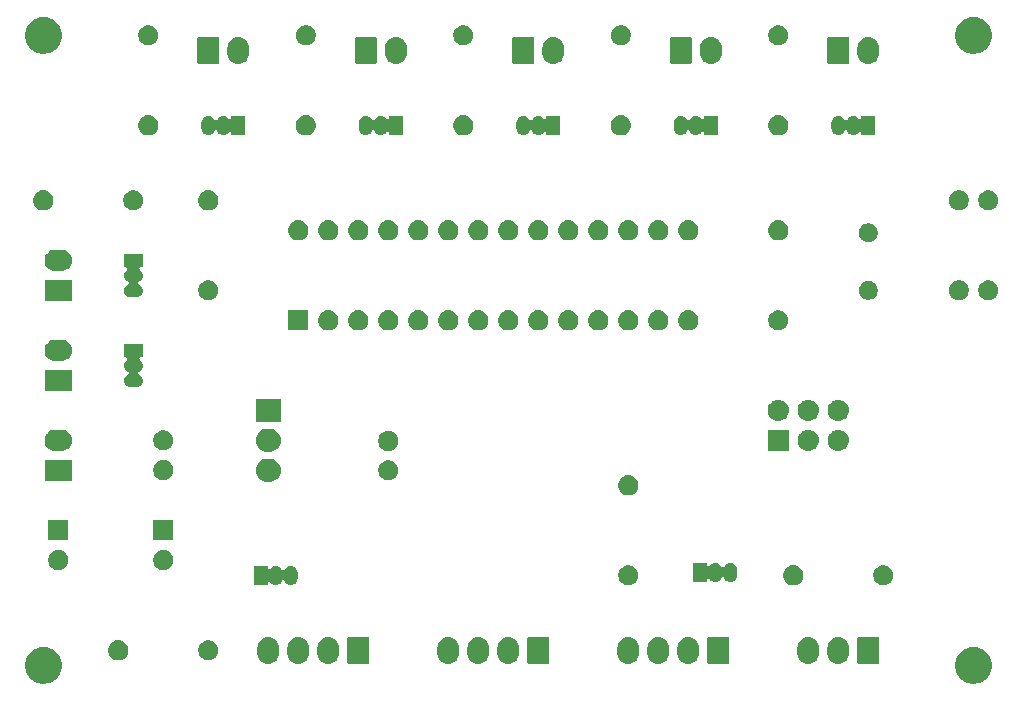
<source format=gbr>
G04 #@! TF.GenerationSoftware,KiCad,Pcbnew,5.1.2+dfsg1-1*
G04 #@! TF.CreationDate,2019-07-26T10:31:36-05:00*
G04 #@! TF.ProjectId,PCB,5043422e-6b69-4636-9164-5f7063625858,0.0.0*
G04 #@! TF.SameCoordinates,Original*
G04 #@! TF.FileFunction,Soldermask,Bot*
G04 #@! TF.FilePolarity,Negative*
%FSLAX46Y46*%
G04 Gerber Fmt 4.6, Leading zero omitted, Abs format (unit mm)*
G04 Created by KiCad (PCBNEW 5.1.2+dfsg1-1) date 2019-07-26 10:31:36*
%MOMM*%
%LPD*%
G04 APERTURE LIST*
%ADD10C,0.100000*%
G04 APERTURE END LIST*
D10*
G36*
X179372585Y-126748802D02*
G01*
X179522410Y-126778604D01*
X179804674Y-126895521D01*
X180058705Y-127065259D01*
X180274741Y-127281295D01*
X180444479Y-127535326D01*
X180561396Y-127817590D01*
X180574685Y-127884397D01*
X180618844Y-128106398D01*
X180621000Y-128117240D01*
X180621000Y-128422760D01*
X180561396Y-128722410D01*
X180444479Y-129004674D01*
X180274741Y-129258705D01*
X180058705Y-129474741D01*
X179804674Y-129644479D01*
X179522410Y-129761396D01*
X179372585Y-129791198D01*
X179222761Y-129821000D01*
X178917239Y-129821000D01*
X178767415Y-129791198D01*
X178617590Y-129761396D01*
X178335326Y-129644479D01*
X178081295Y-129474741D01*
X177865259Y-129258705D01*
X177695521Y-129004674D01*
X177578604Y-128722410D01*
X177519000Y-128422760D01*
X177519000Y-128117240D01*
X177521157Y-128106398D01*
X177565315Y-127884397D01*
X177578604Y-127817590D01*
X177695521Y-127535326D01*
X177865259Y-127281295D01*
X178081295Y-127065259D01*
X178335326Y-126895521D01*
X178617590Y-126778604D01*
X178767415Y-126748802D01*
X178917239Y-126719000D01*
X179222761Y-126719000D01*
X179372585Y-126748802D01*
X179372585Y-126748802D01*
G37*
G36*
X100632585Y-126748802D02*
G01*
X100782410Y-126778604D01*
X101064674Y-126895521D01*
X101318705Y-127065259D01*
X101534741Y-127281295D01*
X101704479Y-127535326D01*
X101821396Y-127817590D01*
X101834685Y-127884397D01*
X101878844Y-128106398D01*
X101881000Y-128117240D01*
X101881000Y-128422760D01*
X101821396Y-128722410D01*
X101704479Y-129004674D01*
X101534741Y-129258705D01*
X101318705Y-129474741D01*
X101064674Y-129644479D01*
X100782410Y-129761396D01*
X100632585Y-129791198D01*
X100482761Y-129821000D01*
X100177239Y-129821000D01*
X100027415Y-129791198D01*
X99877590Y-129761396D01*
X99595326Y-129644479D01*
X99341295Y-129474741D01*
X99125259Y-129258705D01*
X98955521Y-129004674D01*
X98838604Y-128722410D01*
X98779000Y-128422760D01*
X98779000Y-128117240D01*
X98781157Y-128106398D01*
X98825315Y-127884397D01*
X98838604Y-127817590D01*
X98955521Y-127535326D01*
X99125259Y-127281295D01*
X99341295Y-127065259D01*
X99595326Y-126895521D01*
X99877590Y-126778604D01*
X100027415Y-126748802D01*
X100177239Y-126719000D01*
X100482761Y-126719000D01*
X100632585Y-126748802D01*
X100632585Y-126748802D01*
G37*
G36*
X119560548Y-125862326D02*
G01*
X119734157Y-125914990D01*
X119894156Y-126000511D01*
X119908612Y-126012375D01*
X120034397Y-126115603D01*
X120111845Y-126209975D01*
X120149489Y-126255844D01*
X120235010Y-126415843D01*
X120287674Y-126589452D01*
X120301000Y-126724757D01*
X120301000Y-127275244D01*
X120287674Y-127410548D01*
X120235010Y-127584157D01*
X120149489Y-127744156D01*
X120113729Y-127787729D01*
X120034397Y-127884397D01*
X119894155Y-127999489D01*
X119734156Y-128085010D01*
X119560547Y-128137674D01*
X119380000Y-128155456D01*
X119199452Y-128137674D01*
X119025843Y-128085010D01*
X118865844Y-127999489D01*
X118822271Y-127963729D01*
X118725603Y-127884397D01*
X118610511Y-127744155D01*
X118524991Y-127584158D01*
X118512348Y-127542480D01*
X118472326Y-127410547D01*
X118459000Y-127275243D01*
X118459000Y-126724756D01*
X118472326Y-126589452D01*
X118524990Y-126415843D01*
X118610512Y-126255844D01*
X118648156Y-126209975D01*
X118725604Y-126115603D01*
X118851389Y-126012375D01*
X118865845Y-126000511D01*
X119025844Y-125914990D01*
X119199453Y-125862326D01*
X119380000Y-125844544D01*
X119560548Y-125862326D01*
X119560548Y-125862326D01*
G37*
G36*
X124640548Y-125862326D02*
G01*
X124814157Y-125914990D01*
X124974156Y-126000511D01*
X124988612Y-126012375D01*
X125114397Y-126115603D01*
X125191845Y-126209975D01*
X125229489Y-126255844D01*
X125315010Y-126415843D01*
X125367674Y-126589452D01*
X125381000Y-126724757D01*
X125381000Y-127275244D01*
X125367674Y-127410548D01*
X125315010Y-127584157D01*
X125229489Y-127744156D01*
X125193729Y-127787729D01*
X125114397Y-127884397D01*
X124974155Y-127999489D01*
X124814156Y-128085010D01*
X124640547Y-128137674D01*
X124460000Y-128155456D01*
X124279452Y-128137674D01*
X124105843Y-128085010D01*
X123945844Y-127999489D01*
X123902271Y-127963729D01*
X123805603Y-127884397D01*
X123690511Y-127744155D01*
X123604991Y-127584158D01*
X123592348Y-127542480D01*
X123552326Y-127410547D01*
X123539000Y-127275243D01*
X123539000Y-126724756D01*
X123552326Y-126589452D01*
X123604990Y-126415843D01*
X123690512Y-126255844D01*
X123728156Y-126209975D01*
X123805604Y-126115603D01*
X123931389Y-126012375D01*
X123945845Y-126000511D01*
X124105844Y-125914990D01*
X124279453Y-125862326D01*
X124460000Y-125844544D01*
X124640548Y-125862326D01*
X124640548Y-125862326D01*
G37*
G36*
X165280548Y-125862326D02*
G01*
X165454157Y-125914990D01*
X165614156Y-126000511D01*
X165628612Y-126012375D01*
X165754397Y-126115603D01*
X165831845Y-126209975D01*
X165869489Y-126255844D01*
X165955010Y-126415843D01*
X166007674Y-126589452D01*
X166021000Y-126724757D01*
X166021000Y-127275244D01*
X166007674Y-127410548D01*
X165955010Y-127584157D01*
X165869489Y-127744156D01*
X165833729Y-127787729D01*
X165754397Y-127884397D01*
X165614155Y-127999489D01*
X165454156Y-128085010D01*
X165280547Y-128137674D01*
X165100000Y-128155456D01*
X164919452Y-128137674D01*
X164745843Y-128085010D01*
X164585844Y-127999489D01*
X164542271Y-127963729D01*
X164445603Y-127884397D01*
X164330511Y-127744155D01*
X164244991Y-127584158D01*
X164232348Y-127542480D01*
X164192326Y-127410547D01*
X164179000Y-127275243D01*
X164179000Y-126724756D01*
X164192326Y-126589452D01*
X164244990Y-126415843D01*
X164330512Y-126255844D01*
X164368156Y-126209975D01*
X164445604Y-126115603D01*
X164571389Y-126012375D01*
X164585845Y-126000511D01*
X164745844Y-125914990D01*
X164919453Y-125862326D01*
X165100000Y-125844544D01*
X165280548Y-125862326D01*
X165280548Y-125862326D01*
G37*
G36*
X167820548Y-125862326D02*
G01*
X167994157Y-125914990D01*
X168154156Y-126000511D01*
X168168612Y-126012375D01*
X168294397Y-126115603D01*
X168371845Y-126209975D01*
X168409489Y-126255844D01*
X168495010Y-126415843D01*
X168547674Y-126589452D01*
X168561000Y-126724757D01*
X168561000Y-127275244D01*
X168547674Y-127410548D01*
X168495010Y-127584157D01*
X168409489Y-127744156D01*
X168373729Y-127787729D01*
X168294397Y-127884397D01*
X168154155Y-127999489D01*
X167994156Y-128085010D01*
X167820547Y-128137674D01*
X167640000Y-128155456D01*
X167459452Y-128137674D01*
X167285843Y-128085010D01*
X167125844Y-127999489D01*
X167082271Y-127963729D01*
X166985603Y-127884397D01*
X166870511Y-127744155D01*
X166784991Y-127584158D01*
X166772348Y-127542480D01*
X166732326Y-127410547D01*
X166719000Y-127275243D01*
X166719000Y-126724756D01*
X166732326Y-126589452D01*
X166784990Y-126415843D01*
X166870512Y-126255844D01*
X166908156Y-126209975D01*
X166985604Y-126115603D01*
X167111389Y-126012375D01*
X167125845Y-126000511D01*
X167285844Y-125914990D01*
X167459453Y-125862326D01*
X167640000Y-125844544D01*
X167820548Y-125862326D01*
X167820548Y-125862326D01*
G37*
G36*
X134800548Y-125862326D02*
G01*
X134974157Y-125914990D01*
X135134156Y-126000511D01*
X135148612Y-126012375D01*
X135274397Y-126115603D01*
X135351845Y-126209975D01*
X135389489Y-126255844D01*
X135475010Y-126415843D01*
X135527674Y-126589452D01*
X135541000Y-126724757D01*
X135541000Y-127275244D01*
X135527674Y-127410548D01*
X135475010Y-127584157D01*
X135389489Y-127744156D01*
X135353729Y-127787729D01*
X135274397Y-127884397D01*
X135134155Y-127999489D01*
X134974156Y-128085010D01*
X134800547Y-128137674D01*
X134620000Y-128155456D01*
X134439452Y-128137674D01*
X134265843Y-128085010D01*
X134105844Y-127999489D01*
X134062271Y-127963729D01*
X133965603Y-127884397D01*
X133850511Y-127744155D01*
X133764991Y-127584158D01*
X133752348Y-127542480D01*
X133712326Y-127410547D01*
X133699000Y-127275243D01*
X133699000Y-126724756D01*
X133712326Y-126589452D01*
X133764990Y-126415843D01*
X133850512Y-126255844D01*
X133888156Y-126209975D01*
X133965604Y-126115603D01*
X134091389Y-126012375D01*
X134105845Y-126000511D01*
X134265844Y-125914990D01*
X134439453Y-125862326D01*
X134620000Y-125844544D01*
X134800548Y-125862326D01*
X134800548Y-125862326D01*
G37*
G36*
X137340548Y-125862326D02*
G01*
X137514157Y-125914990D01*
X137674156Y-126000511D01*
X137688612Y-126012375D01*
X137814397Y-126115603D01*
X137891845Y-126209975D01*
X137929489Y-126255844D01*
X138015010Y-126415843D01*
X138067674Y-126589452D01*
X138081000Y-126724757D01*
X138081000Y-127275244D01*
X138067674Y-127410548D01*
X138015010Y-127584157D01*
X137929489Y-127744156D01*
X137893729Y-127787729D01*
X137814397Y-127884397D01*
X137674155Y-127999489D01*
X137514156Y-128085010D01*
X137340547Y-128137674D01*
X137160000Y-128155456D01*
X136979452Y-128137674D01*
X136805843Y-128085010D01*
X136645844Y-127999489D01*
X136602271Y-127963729D01*
X136505603Y-127884397D01*
X136390511Y-127744155D01*
X136304991Y-127584158D01*
X136292348Y-127542480D01*
X136252326Y-127410547D01*
X136239000Y-127275243D01*
X136239000Y-126724756D01*
X136252326Y-126589452D01*
X136304990Y-126415843D01*
X136390512Y-126255844D01*
X136428156Y-126209975D01*
X136505604Y-126115603D01*
X136631389Y-126012375D01*
X136645845Y-126000511D01*
X136805844Y-125914990D01*
X136979453Y-125862326D01*
X137160000Y-125844544D01*
X137340548Y-125862326D01*
X137340548Y-125862326D01*
G37*
G36*
X150040548Y-125862326D02*
G01*
X150214157Y-125914990D01*
X150374156Y-126000511D01*
X150388612Y-126012375D01*
X150514397Y-126115603D01*
X150591845Y-126209975D01*
X150629489Y-126255844D01*
X150715010Y-126415843D01*
X150767674Y-126589452D01*
X150781000Y-126724757D01*
X150781000Y-127275244D01*
X150767674Y-127410548D01*
X150715010Y-127584157D01*
X150629489Y-127744156D01*
X150593729Y-127787729D01*
X150514397Y-127884397D01*
X150374155Y-127999489D01*
X150214156Y-128085010D01*
X150040547Y-128137674D01*
X149860000Y-128155456D01*
X149679452Y-128137674D01*
X149505843Y-128085010D01*
X149345844Y-127999489D01*
X149302271Y-127963729D01*
X149205603Y-127884397D01*
X149090511Y-127744155D01*
X149004991Y-127584158D01*
X148992348Y-127542480D01*
X148952326Y-127410547D01*
X148939000Y-127275243D01*
X148939000Y-126724756D01*
X148952326Y-126589452D01*
X149004990Y-126415843D01*
X149090512Y-126255844D01*
X149128156Y-126209975D01*
X149205604Y-126115603D01*
X149331389Y-126012375D01*
X149345845Y-126000511D01*
X149505844Y-125914990D01*
X149679453Y-125862326D01*
X149860000Y-125844544D01*
X150040548Y-125862326D01*
X150040548Y-125862326D01*
G37*
G36*
X152580548Y-125862326D02*
G01*
X152754157Y-125914990D01*
X152914156Y-126000511D01*
X152928612Y-126012375D01*
X153054397Y-126115603D01*
X153131845Y-126209975D01*
X153169489Y-126255844D01*
X153255010Y-126415843D01*
X153307674Y-126589452D01*
X153321000Y-126724757D01*
X153321000Y-127275244D01*
X153307674Y-127410548D01*
X153255010Y-127584157D01*
X153169489Y-127744156D01*
X153133729Y-127787729D01*
X153054397Y-127884397D01*
X152914155Y-127999489D01*
X152754156Y-128085010D01*
X152580547Y-128137674D01*
X152400000Y-128155456D01*
X152219452Y-128137674D01*
X152045843Y-128085010D01*
X151885844Y-127999489D01*
X151842271Y-127963729D01*
X151745603Y-127884397D01*
X151630511Y-127744155D01*
X151544991Y-127584158D01*
X151532348Y-127542480D01*
X151492326Y-127410547D01*
X151479000Y-127275243D01*
X151479000Y-126724756D01*
X151492326Y-126589452D01*
X151544990Y-126415843D01*
X151630512Y-126255844D01*
X151668156Y-126209975D01*
X151745604Y-126115603D01*
X151871389Y-126012375D01*
X151885845Y-126000511D01*
X152045844Y-125914990D01*
X152219453Y-125862326D01*
X152400000Y-125844544D01*
X152580548Y-125862326D01*
X152580548Y-125862326D01*
G37*
G36*
X155120548Y-125862326D02*
G01*
X155294157Y-125914990D01*
X155454156Y-126000511D01*
X155468612Y-126012375D01*
X155594397Y-126115603D01*
X155671845Y-126209975D01*
X155709489Y-126255844D01*
X155795010Y-126415843D01*
X155847674Y-126589452D01*
X155861000Y-126724757D01*
X155861000Y-127275244D01*
X155847674Y-127410548D01*
X155795010Y-127584157D01*
X155709489Y-127744156D01*
X155673729Y-127787729D01*
X155594397Y-127884397D01*
X155454155Y-127999489D01*
X155294156Y-128085010D01*
X155120547Y-128137674D01*
X154940000Y-128155456D01*
X154759452Y-128137674D01*
X154585843Y-128085010D01*
X154425844Y-127999489D01*
X154382271Y-127963729D01*
X154285603Y-127884397D01*
X154170511Y-127744155D01*
X154084991Y-127584158D01*
X154072348Y-127542480D01*
X154032326Y-127410547D01*
X154019000Y-127275243D01*
X154019000Y-126724756D01*
X154032326Y-126589452D01*
X154084990Y-126415843D01*
X154170512Y-126255844D01*
X154208156Y-126209975D01*
X154285604Y-126115603D01*
X154411389Y-126012375D01*
X154425845Y-126000511D01*
X154585844Y-125914990D01*
X154759453Y-125862326D01*
X154940000Y-125844544D01*
X155120548Y-125862326D01*
X155120548Y-125862326D01*
G37*
G36*
X122100548Y-125862326D02*
G01*
X122274157Y-125914990D01*
X122434156Y-126000511D01*
X122448612Y-126012375D01*
X122574397Y-126115603D01*
X122651845Y-126209975D01*
X122689489Y-126255844D01*
X122775010Y-126415843D01*
X122827674Y-126589452D01*
X122841000Y-126724757D01*
X122841000Y-127275244D01*
X122827674Y-127410548D01*
X122775010Y-127584157D01*
X122689489Y-127744156D01*
X122653729Y-127787729D01*
X122574397Y-127884397D01*
X122434155Y-127999489D01*
X122274156Y-128085010D01*
X122100547Y-128137674D01*
X121920000Y-128155456D01*
X121739452Y-128137674D01*
X121565843Y-128085010D01*
X121405844Y-127999489D01*
X121362271Y-127963729D01*
X121265603Y-127884397D01*
X121150511Y-127744155D01*
X121064991Y-127584158D01*
X121052348Y-127542480D01*
X121012326Y-127410547D01*
X120999000Y-127275243D01*
X120999000Y-126724756D01*
X121012326Y-126589452D01*
X121064990Y-126415843D01*
X121150512Y-126255844D01*
X121188156Y-126209975D01*
X121265604Y-126115603D01*
X121391389Y-126012375D01*
X121405845Y-126000511D01*
X121565844Y-125914990D01*
X121739453Y-125862326D01*
X121920000Y-125844544D01*
X122100548Y-125862326D01*
X122100548Y-125862326D01*
G37*
G36*
X139880548Y-125862326D02*
G01*
X140054157Y-125914990D01*
X140214156Y-126000511D01*
X140228612Y-126012375D01*
X140354397Y-126115603D01*
X140431845Y-126209975D01*
X140469489Y-126255844D01*
X140555010Y-126415843D01*
X140607674Y-126589452D01*
X140621000Y-126724757D01*
X140621000Y-127275244D01*
X140607674Y-127410548D01*
X140555010Y-127584157D01*
X140469489Y-127744156D01*
X140433729Y-127787729D01*
X140354397Y-127884397D01*
X140214155Y-127999489D01*
X140054156Y-128085010D01*
X139880547Y-128137674D01*
X139700000Y-128155456D01*
X139519452Y-128137674D01*
X139345843Y-128085010D01*
X139185844Y-127999489D01*
X139142271Y-127963729D01*
X139045603Y-127884397D01*
X138930511Y-127744155D01*
X138844991Y-127584158D01*
X138832348Y-127542480D01*
X138792326Y-127410547D01*
X138779000Y-127275243D01*
X138779000Y-126724756D01*
X138792326Y-126589452D01*
X138844990Y-126415843D01*
X138930512Y-126255844D01*
X138968156Y-126209975D01*
X139045604Y-126115603D01*
X139171389Y-126012375D01*
X139185845Y-126000511D01*
X139345844Y-125914990D01*
X139519453Y-125862326D01*
X139700000Y-125844544D01*
X139880548Y-125862326D01*
X139880548Y-125862326D01*
G37*
G36*
X158259561Y-125852966D02*
G01*
X158292383Y-125862923D01*
X158322632Y-125879092D01*
X158349148Y-125900852D01*
X158370908Y-125927368D01*
X158387077Y-125957617D01*
X158397034Y-125990439D01*
X158401000Y-126030713D01*
X158401000Y-127969287D01*
X158397034Y-128009561D01*
X158387077Y-128042383D01*
X158370908Y-128072632D01*
X158349148Y-128099148D01*
X158322632Y-128120908D01*
X158292383Y-128137077D01*
X158259561Y-128147034D01*
X158219287Y-128151000D01*
X156740713Y-128151000D01*
X156700439Y-128147034D01*
X156667617Y-128137077D01*
X156637368Y-128120908D01*
X156610852Y-128099148D01*
X156589092Y-128072632D01*
X156572923Y-128042383D01*
X156562966Y-128009561D01*
X156559000Y-127969287D01*
X156559000Y-126030713D01*
X156562966Y-125990439D01*
X156572923Y-125957617D01*
X156589092Y-125927368D01*
X156610852Y-125900852D01*
X156637368Y-125879092D01*
X156667617Y-125862923D01*
X156700439Y-125852966D01*
X156740713Y-125849000D01*
X158219287Y-125849000D01*
X158259561Y-125852966D01*
X158259561Y-125852966D01*
G37*
G36*
X127779561Y-125852966D02*
G01*
X127812383Y-125862923D01*
X127842632Y-125879092D01*
X127869148Y-125900852D01*
X127890908Y-125927368D01*
X127907077Y-125957617D01*
X127917034Y-125990439D01*
X127921000Y-126030713D01*
X127921000Y-127969287D01*
X127917034Y-128009561D01*
X127907077Y-128042383D01*
X127890908Y-128072632D01*
X127869148Y-128099148D01*
X127842632Y-128120908D01*
X127812383Y-128137077D01*
X127779561Y-128147034D01*
X127739287Y-128151000D01*
X126260713Y-128151000D01*
X126220439Y-128147034D01*
X126187617Y-128137077D01*
X126157368Y-128120908D01*
X126130852Y-128099148D01*
X126109092Y-128072632D01*
X126092923Y-128042383D01*
X126082966Y-128009561D01*
X126079000Y-127969287D01*
X126079000Y-126030713D01*
X126082966Y-125990439D01*
X126092923Y-125957617D01*
X126109092Y-125927368D01*
X126130852Y-125900852D01*
X126157368Y-125879092D01*
X126187617Y-125862923D01*
X126220439Y-125852966D01*
X126260713Y-125849000D01*
X127739287Y-125849000D01*
X127779561Y-125852966D01*
X127779561Y-125852966D01*
G37*
G36*
X143019561Y-125852966D02*
G01*
X143052383Y-125862923D01*
X143082632Y-125879092D01*
X143109148Y-125900852D01*
X143130908Y-125927368D01*
X143147077Y-125957617D01*
X143157034Y-125990439D01*
X143161000Y-126030713D01*
X143161000Y-127969287D01*
X143157034Y-128009561D01*
X143147077Y-128042383D01*
X143130908Y-128072632D01*
X143109148Y-128099148D01*
X143082632Y-128120908D01*
X143052383Y-128137077D01*
X143019561Y-128147034D01*
X142979287Y-128151000D01*
X141500713Y-128151000D01*
X141460439Y-128147034D01*
X141427617Y-128137077D01*
X141397368Y-128120908D01*
X141370852Y-128099148D01*
X141349092Y-128072632D01*
X141332923Y-128042383D01*
X141322966Y-128009561D01*
X141319000Y-127969287D01*
X141319000Y-126030713D01*
X141322966Y-125990439D01*
X141332923Y-125957617D01*
X141349092Y-125927368D01*
X141370852Y-125900852D01*
X141397368Y-125879092D01*
X141427617Y-125862923D01*
X141460439Y-125852966D01*
X141500713Y-125849000D01*
X142979287Y-125849000D01*
X143019561Y-125852966D01*
X143019561Y-125852966D01*
G37*
G36*
X170959561Y-125852966D02*
G01*
X170992383Y-125862923D01*
X171022632Y-125879092D01*
X171049148Y-125900852D01*
X171070908Y-125927368D01*
X171087077Y-125957617D01*
X171097034Y-125990439D01*
X171101000Y-126030713D01*
X171101000Y-127969287D01*
X171097034Y-128009561D01*
X171087077Y-128042383D01*
X171070908Y-128072632D01*
X171049148Y-128099148D01*
X171022632Y-128120908D01*
X170992383Y-128137077D01*
X170959561Y-128147034D01*
X170919287Y-128151000D01*
X169440713Y-128151000D01*
X169400439Y-128147034D01*
X169367617Y-128137077D01*
X169337368Y-128120908D01*
X169310852Y-128099148D01*
X169289092Y-128072632D01*
X169272923Y-128042383D01*
X169262966Y-128009561D01*
X169259000Y-127969287D01*
X169259000Y-126030713D01*
X169262966Y-125990439D01*
X169272923Y-125957617D01*
X169289092Y-125927368D01*
X169310852Y-125900852D01*
X169337368Y-125879092D01*
X169367617Y-125862923D01*
X169400439Y-125852966D01*
X169440713Y-125849000D01*
X170919287Y-125849000D01*
X170959561Y-125852966D01*
X170959561Y-125852966D01*
G37*
G36*
X106846823Y-126161313D02*
G01*
X107007242Y-126209976D01*
X107139906Y-126280886D01*
X107155078Y-126288996D01*
X107284659Y-126395341D01*
X107391004Y-126524922D01*
X107391005Y-126524924D01*
X107470024Y-126672758D01*
X107518687Y-126833177D01*
X107535117Y-127000000D01*
X107518687Y-127166823D01*
X107470024Y-127327242D01*
X107425496Y-127410548D01*
X107391004Y-127475078D01*
X107284659Y-127604659D01*
X107155078Y-127711004D01*
X107155076Y-127711005D01*
X107007242Y-127790024D01*
X106846823Y-127838687D01*
X106721804Y-127851000D01*
X106638196Y-127851000D01*
X106513177Y-127838687D01*
X106352758Y-127790024D01*
X106204924Y-127711005D01*
X106204922Y-127711004D01*
X106075341Y-127604659D01*
X105968996Y-127475078D01*
X105934504Y-127410548D01*
X105889976Y-127327242D01*
X105841313Y-127166823D01*
X105824883Y-127000000D01*
X105841313Y-126833177D01*
X105889976Y-126672758D01*
X105968995Y-126524924D01*
X105968996Y-126524922D01*
X106075341Y-126395341D01*
X106204922Y-126288996D01*
X106220094Y-126280886D01*
X106352758Y-126209976D01*
X106513177Y-126161313D01*
X106638196Y-126149000D01*
X106721804Y-126149000D01*
X106846823Y-126161313D01*
X106846823Y-126161313D01*
G37*
G36*
X114548228Y-126181703D02*
G01*
X114703100Y-126245853D01*
X114842481Y-126338985D01*
X114961015Y-126457519D01*
X115054147Y-126596900D01*
X115118297Y-126751772D01*
X115151000Y-126916184D01*
X115151000Y-127083816D01*
X115118297Y-127248228D01*
X115054147Y-127403100D01*
X114961015Y-127542481D01*
X114842481Y-127661015D01*
X114703100Y-127754147D01*
X114548228Y-127818297D01*
X114383816Y-127851000D01*
X114216184Y-127851000D01*
X114051772Y-127818297D01*
X113896900Y-127754147D01*
X113757519Y-127661015D01*
X113638985Y-127542481D01*
X113545853Y-127403100D01*
X113481703Y-127248228D01*
X113449000Y-127083816D01*
X113449000Y-126916184D01*
X113481703Y-126751772D01*
X113545853Y-126596900D01*
X113638985Y-126457519D01*
X113757519Y-126338985D01*
X113896900Y-126245853D01*
X114051772Y-126181703D01*
X114216184Y-126149000D01*
X114383816Y-126149000D01*
X114548228Y-126181703D01*
X114548228Y-126181703D01*
G37*
G36*
X171698228Y-119831703D02*
G01*
X171853100Y-119895853D01*
X171992481Y-119988985D01*
X172111015Y-120107519D01*
X172204147Y-120246900D01*
X172268297Y-120401772D01*
X172301000Y-120566184D01*
X172301000Y-120733816D01*
X172268297Y-120898228D01*
X172204147Y-121053100D01*
X172111015Y-121192481D01*
X171992481Y-121311015D01*
X171853100Y-121404147D01*
X171698228Y-121468297D01*
X171533816Y-121501000D01*
X171366184Y-121501000D01*
X171201772Y-121468297D01*
X171046900Y-121404147D01*
X170907519Y-121311015D01*
X170788985Y-121192481D01*
X170695853Y-121053100D01*
X170631703Y-120898228D01*
X170599000Y-120733816D01*
X170599000Y-120566184D01*
X170631703Y-120401772D01*
X170695853Y-120246900D01*
X170788985Y-120107519D01*
X170907519Y-119988985D01*
X171046900Y-119895853D01*
X171201772Y-119831703D01*
X171366184Y-119799000D01*
X171533816Y-119799000D01*
X171698228Y-119831703D01*
X171698228Y-119831703D01*
G37*
G36*
X163996823Y-119811313D02*
G01*
X164157242Y-119859976D01*
X164224361Y-119895852D01*
X164305078Y-119938996D01*
X164434659Y-120045341D01*
X164541004Y-120174922D01*
X164541005Y-120174924D01*
X164620024Y-120322758D01*
X164668687Y-120483177D01*
X164685117Y-120650000D01*
X164668687Y-120816823D01*
X164620024Y-120977242D01*
X164556283Y-121096492D01*
X164541004Y-121125078D01*
X164434659Y-121254659D01*
X164305078Y-121361004D01*
X164305076Y-121361005D01*
X164157242Y-121440024D01*
X163996823Y-121488687D01*
X163871804Y-121501000D01*
X163788196Y-121501000D01*
X163663177Y-121488687D01*
X163502758Y-121440024D01*
X163354924Y-121361005D01*
X163354922Y-121361004D01*
X163225341Y-121254659D01*
X163118996Y-121125078D01*
X163103717Y-121096492D01*
X163039976Y-120977242D01*
X162991313Y-120816823D01*
X162974883Y-120650000D01*
X162991313Y-120483177D01*
X163039976Y-120322758D01*
X163118995Y-120174924D01*
X163118996Y-120174922D01*
X163225341Y-120045341D01*
X163354922Y-119938996D01*
X163435639Y-119895852D01*
X163502758Y-119859976D01*
X163663177Y-119811313D01*
X163788196Y-119799000D01*
X163871804Y-119799000D01*
X163996823Y-119811313D01*
X163996823Y-119811313D01*
G37*
G36*
X150108228Y-119831703D02*
G01*
X150263100Y-119895853D01*
X150402481Y-119988985D01*
X150521015Y-120107519D01*
X150614147Y-120246900D01*
X150678297Y-120401772D01*
X150711000Y-120566184D01*
X150711000Y-120733816D01*
X150678297Y-120898228D01*
X150614147Y-121053100D01*
X150521015Y-121192481D01*
X150402481Y-121311015D01*
X150263100Y-121404147D01*
X150108228Y-121468297D01*
X149943816Y-121501000D01*
X149776184Y-121501000D01*
X149611772Y-121468297D01*
X149456900Y-121404147D01*
X149317519Y-121311015D01*
X149198985Y-121192481D01*
X149105853Y-121053100D01*
X149041703Y-120898228D01*
X149009000Y-120733816D01*
X149009000Y-120566184D01*
X149041703Y-120401772D01*
X149105853Y-120246900D01*
X149198985Y-120107519D01*
X149317519Y-119988985D01*
X149456900Y-119895853D01*
X149611772Y-119831703D01*
X149776184Y-119799000D01*
X149943816Y-119799000D01*
X150108228Y-119831703D01*
X150108228Y-119831703D01*
G37*
G36*
X121397915Y-119857334D02*
G01*
X121506491Y-119890271D01*
X121506494Y-119890272D01*
X121542600Y-119909571D01*
X121606556Y-119943756D01*
X121694264Y-120015736D01*
X121766244Y-120103443D01*
X121800429Y-120167399D01*
X121819728Y-120203505D01*
X121819729Y-120203508D01*
X121852666Y-120312084D01*
X121861000Y-120396702D01*
X121861000Y-120903297D01*
X121852666Y-120987916D01*
X121820252Y-121094767D01*
X121819728Y-121096495D01*
X121816655Y-121102244D01*
X121766244Y-121196557D01*
X121694264Y-121284264D01*
X121606557Y-121356244D01*
X121542601Y-121390429D01*
X121506495Y-121409728D01*
X121506492Y-121409729D01*
X121397916Y-121442666D01*
X121285000Y-121453787D01*
X121172085Y-121442666D01*
X121063509Y-121409729D01*
X121063506Y-121409728D01*
X121027400Y-121390429D01*
X120963444Y-121356244D01*
X120875737Y-121284264D01*
X120803757Y-121196557D01*
X120781933Y-121155728D01*
X120760239Y-121115141D01*
X120746625Y-121094766D01*
X120729298Y-121077439D01*
X120708924Y-121063826D01*
X120686285Y-121054448D01*
X120662252Y-121049668D01*
X120637748Y-121049668D01*
X120613715Y-121054448D01*
X120591076Y-121063826D01*
X120570701Y-121077440D01*
X120553374Y-121094767D01*
X120539761Y-121115141D01*
X120496244Y-121196557D01*
X120424264Y-121284264D01*
X120336557Y-121356244D01*
X120272601Y-121390429D01*
X120236495Y-121409728D01*
X120236492Y-121409729D01*
X120127916Y-121442666D01*
X120015000Y-121453787D01*
X119902085Y-121442666D01*
X119793509Y-121409729D01*
X119793506Y-121409728D01*
X119757400Y-121390429D01*
X119693444Y-121356244D01*
X119605737Y-121284264D01*
X119542622Y-121207359D01*
X119525297Y-121190034D01*
X119504923Y-121176420D01*
X119482284Y-121167043D01*
X119458250Y-121162263D01*
X119433746Y-121162263D01*
X119409713Y-121167044D01*
X119387074Y-121176421D01*
X119366700Y-121190035D01*
X119349373Y-121207362D01*
X119335759Y-121227736D01*
X119326382Y-121250375D01*
X119321000Y-121286660D01*
X119321000Y-121451000D01*
X118169000Y-121451000D01*
X118169000Y-119849000D01*
X119321000Y-119849000D01*
X119321000Y-120013341D01*
X119323402Y-120037727D01*
X119330515Y-120061176D01*
X119342066Y-120082787D01*
X119357611Y-120101729D01*
X119376553Y-120117274D01*
X119398164Y-120128825D01*
X119421613Y-120135938D01*
X119445999Y-120138340D01*
X119470385Y-120135938D01*
X119493834Y-120128825D01*
X119515445Y-120117274D01*
X119534387Y-120101729D01*
X119542608Y-120092657D01*
X119605736Y-120015736D01*
X119693443Y-119943756D01*
X119757399Y-119909571D01*
X119793505Y-119890272D01*
X119793508Y-119890271D01*
X119902084Y-119857334D01*
X120015000Y-119846213D01*
X120127915Y-119857334D01*
X120236491Y-119890271D01*
X120236494Y-119890272D01*
X120272600Y-119909571D01*
X120336556Y-119943756D01*
X120424264Y-120015736D01*
X120496244Y-120103443D01*
X120534450Y-120174922D01*
X120539761Y-120184859D01*
X120553375Y-120205234D01*
X120570702Y-120222561D01*
X120591076Y-120236174D01*
X120613715Y-120245552D01*
X120637748Y-120250332D01*
X120662252Y-120250332D01*
X120686285Y-120245552D01*
X120708924Y-120236174D01*
X120729299Y-120222560D01*
X120746626Y-120205233D01*
X120760239Y-120184860D01*
X120803756Y-120103444D01*
X120875736Y-120015736D01*
X120963443Y-119943756D01*
X121027399Y-119909571D01*
X121063505Y-119890272D01*
X121063508Y-119890271D01*
X121172084Y-119857334D01*
X121285000Y-119846213D01*
X121397915Y-119857334D01*
X121397915Y-119857334D01*
G37*
G36*
X158608915Y-119603334D02*
G01*
X158717491Y-119636271D01*
X158717494Y-119636272D01*
X158753600Y-119655571D01*
X158817556Y-119689756D01*
X158905264Y-119761736D01*
X158977244Y-119849443D01*
X159002050Y-119895853D01*
X159030728Y-119949505D01*
X159030729Y-119949508D01*
X159063666Y-120058084D01*
X159072000Y-120142702D01*
X159072000Y-120649297D01*
X159063666Y-120733916D01*
X159031252Y-120840767D01*
X159030728Y-120842495D01*
X159020761Y-120861141D01*
X158977244Y-120942557D01*
X158905264Y-121030264D01*
X158817557Y-121102244D01*
X158753601Y-121136429D01*
X158717495Y-121155728D01*
X158717492Y-121155729D01*
X158608916Y-121188666D01*
X158496000Y-121199787D01*
X158383085Y-121188666D01*
X158274509Y-121155729D01*
X158274506Y-121155728D01*
X158238400Y-121136429D01*
X158174444Y-121102244D01*
X158086737Y-121030264D01*
X158014757Y-120942557D01*
X157971239Y-120861141D01*
X157957625Y-120840766D01*
X157940298Y-120823439D01*
X157919924Y-120809826D01*
X157897285Y-120800448D01*
X157873252Y-120795668D01*
X157848748Y-120795668D01*
X157824715Y-120800448D01*
X157802076Y-120809826D01*
X157781701Y-120823440D01*
X157764374Y-120840767D01*
X157750761Y-120861141D01*
X157707244Y-120942557D01*
X157635264Y-121030264D01*
X157547557Y-121102244D01*
X157483601Y-121136429D01*
X157447495Y-121155728D01*
X157447492Y-121155729D01*
X157338916Y-121188666D01*
X157226000Y-121199787D01*
X157113085Y-121188666D01*
X157004509Y-121155729D01*
X157004506Y-121155728D01*
X156968400Y-121136429D01*
X156904444Y-121102244D01*
X156816737Y-121030264D01*
X156753622Y-120953359D01*
X156736297Y-120936034D01*
X156715923Y-120922420D01*
X156693284Y-120913043D01*
X156669250Y-120908263D01*
X156644746Y-120908263D01*
X156620713Y-120913044D01*
X156598074Y-120922421D01*
X156577700Y-120936035D01*
X156560373Y-120953362D01*
X156546759Y-120973736D01*
X156537382Y-120996375D01*
X156532000Y-121032660D01*
X156532000Y-121197000D01*
X155380000Y-121197000D01*
X155380000Y-119595000D01*
X156532000Y-119595000D01*
X156532000Y-119759341D01*
X156534402Y-119783727D01*
X156541515Y-119807176D01*
X156553066Y-119828787D01*
X156568611Y-119847729D01*
X156587553Y-119863274D01*
X156609164Y-119874825D01*
X156632613Y-119881938D01*
X156656999Y-119884340D01*
X156681385Y-119881938D01*
X156704834Y-119874825D01*
X156726445Y-119863274D01*
X156745387Y-119847729D01*
X156753608Y-119838657D01*
X156816736Y-119761736D01*
X156904443Y-119689756D01*
X156968399Y-119655571D01*
X157004505Y-119636272D01*
X157004508Y-119636271D01*
X157113084Y-119603334D01*
X157226000Y-119592213D01*
X157338915Y-119603334D01*
X157447491Y-119636271D01*
X157447494Y-119636272D01*
X157483600Y-119655571D01*
X157547556Y-119689756D01*
X157635264Y-119761736D01*
X157707244Y-119849443D01*
X157732050Y-119895853D01*
X157750761Y-119930859D01*
X157764375Y-119951234D01*
X157781702Y-119968561D01*
X157802076Y-119982174D01*
X157824715Y-119991552D01*
X157848748Y-119996332D01*
X157873252Y-119996332D01*
X157897285Y-119991552D01*
X157919924Y-119982174D01*
X157940299Y-119968560D01*
X157957626Y-119951233D01*
X157971239Y-119930860D01*
X158014756Y-119849444D01*
X158086736Y-119761736D01*
X158174443Y-119689756D01*
X158238399Y-119655571D01*
X158274505Y-119636272D01*
X158274508Y-119636271D01*
X158383084Y-119603334D01*
X158496000Y-119592213D01*
X158608915Y-119603334D01*
X158608915Y-119603334D01*
G37*
G36*
X110738228Y-118521703D02*
G01*
X110893100Y-118585853D01*
X111032481Y-118678985D01*
X111151015Y-118797519D01*
X111244147Y-118936900D01*
X111308297Y-119091772D01*
X111341000Y-119256184D01*
X111341000Y-119423816D01*
X111308297Y-119588228D01*
X111244147Y-119743100D01*
X111151015Y-119882481D01*
X111032481Y-120001015D01*
X110893100Y-120094147D01*
X110738228Y-120158297D01*
X110573816Y-120191000D01*
X110406184Y-120191000D01*
X110241772Y-120158297D01*
X110086900Y-120094147D01*
X109947519Y-120001015D01*
X109828985Y-119882481D01*
X109735853Y-119743100D01*
X109671703Y-119588228D01*
X109639000Y-119423816D01*
X109639000Y-119256184D01*
X109671703Y-119091772D01*
X109735853Y-118936900D01*
X109828985Y-118797519D01*
X109947519Y-118678985D01*
X110086900Y-118585853D01*
X110241772Y-118521703D01*
X110406184Y-118489000D01*
X110573816Y-118489000D01*
X110738228Y-118521703D01*
X110738228Y-118521703D01*
G37*
G36*
X101848228Y-118521703D02*
G01*
X102003100Y-118585853D01*
X102142481Y-118678985D01*
X102261015Y-118797519D01*
X102354147Y-118936900D01*
X102418297Y-119091772D01*
X102451000Y-119256184D01*
X102451000Y-119423816D01*
X102418297Y-119588228D01*
X102354147Y-119743100D01*
X102261015Y-119882481D01*
X102142481Y-120001015D01*
X102003100Y-120094147D01*
X101848228Y-120158297D01*
X101683816Y-120191000D01*
X101516184Y-120191000D01*
X101351772Y-120158297D01*
X101196900Y-120094147D01*
X101057519Y-120001015D01*
X100938985Y-119882481D01*
X100845853Y-119743100D01*
X100781703Y-119588228D01*
X100749000Y-119423816D01*
X100749000Y-119256184D01*
X100781703Y-119091772D01*
X100845853Y-118936900D01*
X100938985Y-118797519D01*
X101057519Y-118678985D01*
X101196900Y-118585853D01*
X101351772Y-118521703D01*
X101516184Y-118489000D01*
X101683816Y-118489000D01*
X101848228Y-118521703D01*
X101848228Y-118521703D01*
G37*
G36*
X111341000Y-117691000D02*
G01*
X109639000Y-117691000D01*
X109639000Y-115989000D01*
X111341000Y-115989000D01*
X111341000Y-117691000D01*
X111341000Y-117691000D01*
G37*
G36*
X102451000Y-117691000D02*
G01*
X100749000Y-117691000D01*
X100749000Y-115989000D01*
X102451000Y-115989000D01*
X102451000Y-117691000D01*
X102451000Y-117691000D01*
G37*
G36*
X150026823Y-112191313D02*
G01*
X150187242Y-112239976D01*
X150319906Y-112310886D01*
X150335078Y-112318996D01*
X150464659Y-112425341D01*
X150571004Y-112554922D01*
X150571005Y-112554924D01*
X150650024Y-112702758D01*
X150698687Y-112863177D01*
X150715117Y-113030000D01*
X150698687Y-113196823D01*
X150650024Y-113357242D01*
X150579114Y-113489906D01*
X150571004Y-113505078D01*
X150464659Y-113634659D01*
X150335078Y-113741004D01*
X150335076Y-113741005D01*
X150187242Y-113820024D01*
X150026823Y-113868687D01*
X149901804Y-113881000D01*
X149818196Y-113881000D01*
X149693177Y-113868687D01*
X149532758Y-113820024D01*
X149384924Y-113741005D01*
X149384922Y-113741004D01*
X149255341Y-113634659D01*
X149148996Y-113505078D01*
X149140886Y-113489906D01*
X149069976Y-113357242D01*
X149021313Y-113196823D01*
X149004883Y-113030000D01*
X149021313Y-112863177D01*
X149069976Y-112702758D01*
X149148995Y-112554924D01*
X149148996Y-112554922D01*
X149255341Y-112425341D01*
X149384922Y-112318996D01*
X149400094Y-112310886D01*
X149532758Y-112239976D01*
X149693177Y-112191313D01*
X149818196Y-112179000D01*
X149901804Y-112179000D01*
X150026823Y-112191313D01*
X150026823Y-112191313D01*
G37*
G36*
X119525936Y-110761340D02*
G01*
X119624220Y-110771020D01*
X119813381Y-110828401D01*
X119987712Y-110921583D01*
X120140515Y-111046985D01*
X120265917Y-111199788D01*
X120359099Y-111374119D01*
X120416480Y-111563280D01*
X120435855Y-111760000D01*
X120416480Y-111956720D01*
X120359099Y-112145881D01*
X120265917Y-112320212D01*
X120140515Y-112473015D01*
X119987712Y-112598417D01*
X119813381Y-112691599D01*
X119624220Y-112748980D01*
X119525936Y-112758660D01*
X119476795Y-112763500D01*
X119283205Y-112763500D01*
X119234064Y-112758660D01*
X119135780Y-112748980D01*
X118946619Y-112691599D01*
X118772288Y-112598417D01*
X118619485Y-112473015D01*
X118494083Y-112320212D01*
X118400901Y-112145881D01*
X118343520Y-111956720D01*
X118324145Y-111760000D01*
X118343520Y-111563280D01*
X118400901Y-111374119D01*
X118494083Y-111199788D01*
X118619485Y-111046985D01*
X118772288Y-110921583D01*
X118946619Y-110828401D01*
X119135780Y-110771020D01*
X119234064Y-110761340D01*
X119283205Y-110756500D01*
X119476795Y-110756500D01*
X119525936Y-110761340D01*
X119525936Y-110761340D01*
G37*
G36*
X102609561Y-110842966D02*
G01*
X102642383Y-110852923D01*
X102672632Y-110869092D01*
X102699148Y-110890852D01*
X102720908Y-110917368D01*
X102737077Y-110947617D01*
X102747034Y-110980439D01*
X102751000Y-111020713D01*
X102751000Y-112499287D01*
X102747034Y-112539561D01*
X102737077Y-112572383D01*
X102720908Y-112602632D01*
X102699148Y-112629148D01*
X102672632Y-112650908D01*
X102642383Y-112667077D01*
X102609561Y-112677034D01*
X102569287Y-112681000D01*
X100630713Y-112681000D01*
X100590439Y-112677034D01*
X100557617Y-112667077D01*
X100527368Y-112650908D01*
X100500852Y-112629148D01*
X100479092Y-112602632D01*
X100462923Y-112572383D01*
X100452966Y-112539561D01*
X100449000Y-112499287D01*
X100449000Y-111020713D01*
X100452966Y-110980439D01*
X100462923Y-110947617D01*
X100479092Y-110917368D01*
X100500852Y-110890852D01*
X100527368Y-110869092D01*
X100557617Y-110852923D01*
X100590439Y-110842966D01*
X100630713Y-110839000D01*
X102569287Y-110839000D01*
X102609561Y-110842966D01*
X102609561Y-110842966D01*
G37*
G36*
X129788228Y-110941703D02*
G01*
X129943100Y-111005853D01*
X130082481Y-111098985D01*
X130201015Y-111217519D01*
X130294147Y-111356900D01*
X130358297Y-111511772D01*
X130391000Y-111676184D01*
X130391000Y-111843816D01*
X130358297Y-112008228D01*
X130294147Y-112163100D01*
X130201015Y-112302481D01*
X130082481Y-112421015D01*
X129943100Y-112514147D01*
X129788228Y-112578297D01*
X129623816Y-112611000D01*
X129456184Y-112611000D01*
X129291772Y-112578297D01*
X129136900Y-112514147D01*
X128997519Y-112421015D01*
X128878985Y-112302481D01*
X128785853Y-112163100D01*
X128721703Y-112008228D01*
X128689000Y-111843816D01*
X128689000Y-111676184D01*
X128721703Y-111511772D01*
X128785853Y-111356900D01*
X128878985Y-111217519D01*
X128997519Y-111098985D01*
X129136900Y-111005853D01*
X129291772Y-110941703D01*
X129456184Y-110909000D01*
X129623816Y-110909000D01*
X129788228Y-110941703D01*
X129788228Y-110941703D01*
G37*
G36*
X110738228Y-110901703D02*
G01*
X110893100Y-110965853D01*
X111032481Y-111058985D01*
X111151015Y-111177519D01*
X111244147Y-111316900D01*
X111308297Y-111471772D01*
X111341000Y-111636184D01*
X111341000Y-111803816D01*
X111308297Y-111968228D01*
X111244147Y-112123100D01*
X111151015Y-112262481D01*
X111032481Y-112381015D01*
X110893100Y-112474147D01*
X110738228Y-112538297D01*
X110573816Y-112571000D01*
X110406184Y-112571000D01*
X110241772Y-112538297D01*
X110086900Y-112474147D01*
X109947519Y-112381015D01*
X109828985Y-112262481D01*
X109735853Y-112123100D01*
X109671703Y-111968228D01*
X109639000Y-111803816D01*
X109639000Y-111636184D01*
X109671703Y-111471772D01*
X109735853Y-111316900D01*
X109828985Y-111177519D01*
X109947519Y-111058985D01*
X110086900Y-110965853D01*
X110241772Y-110901703D01*
X110406184Y-110869000D01*
X110573816Y-110869000D01*
X110738228Y-110901703D01*
X110738228Y-110901703D01*
G37*
G36*
X119525936Y-108221340D02*
G01*
X119624220Y-108231020D01*
X119813381Y-108288401D01*
X119987712Y-108381583D01*
X120140515Y-108506985D01*
X120265917Y-108659788D01*
X120359099Y-108834119D01*
X120416480Y-109023280D01*
X120435855Y-109220000D01*
X120416480Y-109416720D01*
X120359099Y-109605881D01*
X120265917Y-109780212D01*
X120140515Y-109933015D01*
X119987712Y-110058417D01*
X119813381Y-110151599D01*
X119624220Y-110208980D01*
X119525936Y-110218660D01*
X119476795Y-110223500D01*
X119283205Y-110223500D01*
X119234064Y-110218660D01*
X119135780Y-110208980D01*
X118946619Y-110151599D01*
X118772288Y-110058417D01*
X118619485Y-109933015D01*
X118494083Y-109780212D01*
X118400901Y-109605881D01*
X118343520Y-109416720D01*
X118324145Y-109220000D01*
X118343520Y-109023280D01*
X118400901Y-108834119D01*
X118494083Y-108659788D01*
X118619485Y-108506985D01*
X118772288Y-108381583D01*
X118946619Y-108288401D01*
X119135780Y-108231020D01*
X119234064Y-108221340D01*
X119283205Y-108216500D01*
X119476795Y-108216500D01*
X119525936Y-108221340D01*
X119525936Y-108221340D01*
G37*
G36*
X101920345Y-108303442D02*
G01*
X102010548Y-108312326D01*
X102184157Y-108364990D01*
X102344156Y-108450511D01*
X102364518Y-108467222D01*
X102484397Y-108565603D01*
X102561692Y-108659789D01*
X102599489Y-108705844D01*
X102658849Y-108816900D01*
X102680232Y-108856903D01*
X102685010Y-108865843D01*
X102737674Y-109039452D01*
X102755456Y-109220000D01*
X102737674Y-109400548D01*
X102685010Y-109574157D01*
X102599489Y-109734156D01*
X102576244Y-109762480D01*
X102484397Y-109874397D01*
X102387729Y-109953729D01*
X102344156Y-109989489D01*
X102184157Y-110075010D01*
X102010548Y-110127674D01*
X101920345Y-110136558D01*
X101875245Y-110141000D01*
X101324755Y-110141000D01*
X101279655Y-110136558D01*
X101189452Y-110127674D01*
X101015843Y-110075010D01*
X100855844Y-109989489D01*
X100812271Y-109953729D01*
X100715603Y-109874397D01*
X100623756Y-109762480D01*
X100600511Y-109734156D01*
X100514990Y-109574157D01*
X100462326Y-109400548D01*
X100444544Y-109220000D01*
X100462326Y-109039452D01*
X100514990Y-108865843D01*
X100519769Y-108856903D01*
X100541151Y-108816900D01*
X100600511Y-108705844D01*
X100638308Y-108659789D01*
X100715603Y-108565603D01*
X100835482Y-108467222D01*
X100855844Y-108450511D01*
X101015843Y-108364990D01*
X101189452Y-108312326D01*
X101279655Y-108303442D01*
X101324755Y-108299000D01*
X101875245Y-108299000D01*
X101920345Y-108303442D01*
X101920345Y-108303442D01*
G37*
G36*
X165210443Y-108325519D02*
G01*
X165276627Y-108332037D01*
X165446466Y-108383557D01*
X165602991Y-108467222D01*
X165638729Y-108496552D01*
X165740186Y-108579814D01*
X165820369Y-108677519D01*
X165852778Y-108717009D01*
X165852779Y-108717011D01*
X165927554Y-108856903D01*
X165936443Y-108873534D01*
X165987963Y-109043373D01*
X166005359Y-109220000D01*
X165987963Y-109396627D01*
X165936443Y-109566466D01*
X165852778Y-109722991D01*
X165843615Y-109734156D01*
X165740186Y-109860186D01*
X165651442Y-109933015D01*
X165602991Y-109972778D01*
X165446466Y-110056443D01*
X165276627Y-110107963D01*
X165210443Y-110114481D01*
X165144260Y-110121000D01*
X165055740Y-110121000D01*
X164989557Y-110114481D01*
X164923373Y-110107963D01*
X164753534Y-110056443D01*
X164597009Y-109972778D01*
X164548558Y-109933015D01*
X164459814Y-109860186D01*
X164356385Y-109734156D01*
X164347222Y-109722991D01*
X164263557Y-109566466D01*
X164212037Y-109396627D01*
X164194641Y-109220000D01*
X164212037Y-109043373D01*
X164263557Y-108873534D01*
X164272447Y-108856903D01*
X164347221Y-108717011D01*
X164347222Y-108717009D01*
X164379631Y-108677519D01*
X164459814Y-108579814D01*
X164561271Y-108496552D01*
X164597009Y-108467222D01*
X164753534Y-108383557D01*
X164923373Y-108332037D01*
X164989557Y-108325519D01*
X165055740Y-108319000D01*
X165144260Y-108319000D01*
X165210443Y-108325519D01*
X165210443Y-108325519D01*
G37*
G36*
X167750443Y-108325519D02*
G01*
X167816627Y-108332037D01*
X167986466Y-108383557D01*
X168142991Y-108467222D01*
X168178729Y-108496552D01*
X168280186Y-108579814D01*
X168360369Y-108677519D01*
X168392778Y-108717009D01*
X168392779Y-108717011D01*
X168467554Y-108856903D01*
X168476443Y-108873534D01*
X168527963Y-109043373D01*
X168545359Y-109220000D01*
X168527963Y-109396627D01*
X168476443Y-109566466D01*
X168392778Y-109722991D01*
X168383615Y-109734156D01*
X168280186Y-109860186D01*
X168191442Y-109933015D01*
X168142991Y-109972778D01*
X167986466Y-110056443D01*
X167816627Y-110107963D01*
X167750443Y-110114481D01*
X167684260Y-110121000D01*
X167595740Y-110121000D01*
X167529557Y-110114481D01*
X167463373Y-110107963D01*
X167293534Y-110056443D01*
X167137009Y-109972778D01*
X167088558Y-109933015D01*
X166999814Y-109860186D01*
X166896385Y-109734156D01*
X166887222Y-109722991D01*
X166803557Y-109566466D01*
X166752037Y-109396627D01*
X166734641Y-109220000D01*
X166752037Y-109043373D01*
X166803557Y-108873534D01*
X166812447Y-108856903D01*
X166887221Y-108717011D01*
X166887222Y-108717009D01*
X166919631Y-108677519D01*
X166999814Y-108579814D01*
X167101271Y-108496552D01*
X167137009Y-108467222D01*
X167293534Y-108383557D01*
X167463373Y-108332037D01*
X167529557Y-108325519D01*
X167595740Y-108319000D01*
X167684260Y-108319000D01*
X167750443Y-108325519D01*
X167750443Y-108325519D01*
G37*
G36*
X163461000Y-110121000D02*
G01*
X161659000Y-110121000D01*
X161659000Y-108319000D01*
X163461000Y-108319000D01*
X163461000Y-110121000D01*
X163461000Y-110121000D01*
G37*
G36*
X129788228Y-108441703D02*
G01*
X129943100Y-108505853D01*
X130082481Y-108598985D01*
X130201015Y-108717519D01*
X130294147Y-108856900D01*
X130358297Y-109011772D01*
X130391000Y-109176184D01*
X130391000Y-109343816D01*
X130358297Y-109508228D01*
X130294147Y-109663100D01*
X130201015Y-109802481D01*
X130082481Y-109921015D01*
X129943100Y-110014147D01*
X129788228Y-110078297D01*
X129623816Y-110111000D01*
X129456184Y-110111000D01*
X129291772Y-110078297D01*
X129136900Y-110014147D01*
X128997519Y-109921015D01*
X128878985Y-109802481D01*
X128785853Y-109663100D01*
X128721703Y-109508228D01*
X128689000Y-109343816D01*
X128689000Y-109176184D01*
X128721703Y-109011772D01*
X128785853Y-108856900D01*
X128878985Y-108717519D01*
X128997519Y-108598985D01*
X129136900Y-108505853D01*
X129291772Y-108441703D01*
X129456184Y-108409000D01*
X129623816Y-108409000D01*
X129788228Y-108441703D01*
X129788228Y-108441703D01*
G37*
G36*
X110738228Y-108401703D02*
G01*
X110893100Y-108465853D01*
X111032481Y-108558985D01*
X111151015Y-108677519D01*
X111244147Y-108816900D01*
X111308297Y-108971772D01*
X111341000Y-109136184D01*
X111341000Y-109303816D01*
X111308297Y-109468228D01*
X111244147Y-109623100D01*
X111151015Y-109762481D01*
X111032481Y-109881015D01*
X110893100Y-109974147D01*
X110738228Y-110038297D01*
X110573816Y-110071000D01*
X110406184Y-110071000D01*
X110241772Y-110038297D01*
X110086900Y-109974147D01*
X109947519Y-109881015D01*
X109828985Y-109762481D01*
X109735853Y-109623100D01*
X109671703Y-109468228D01*
X109639000Y-109303816D01*
X109639000Y-109136184D01*
X109671703Y-108971772D01*
X109735853Y-108816900D01*
X109828985Y-108677519D01*
X109947519Y-108558985D01*
X110086900Y-108465853D01*
X110241772Y-108401703D01*
X110406184Y-108369000D01*
X110573816Y-108369000D01*
X110738228Y-108401703D01*
X110738228Y-108401703D01*
G37*
G36*
X120431000Y-107683500D02*
G01*
X118329000Y-107683500D01*
X118329000Y-105676500D01*
X120431000Y-105676500D01*
X120431000Y-107683500D01*
X120431000Y-107683500D01*
G37*
G36*
X162670443Y-105785519D02*
G01*
X162736627Y-105792037D01*
X162906466Y-105843557D01*
X163062991Y-105927222D01*
X163098729Y-105956552D01*
X163200186Y-106039814D01*
X163283448Y-106141271D01*
X163312778Y-106177009D01*
X163396443Y-106333534D01*
X163447963Y-106503373D01*
X163465359Y-106680000D01*
X163447963Y-106856627D01*
X163396443Y-107026466D01*
X163312778Y-107182991D01*
X163283448Y-107218729D01*
X163200186Y-107320186D01*
X163098729Y-107403448D01*
X163062991Y-107432778D01*
X162906466Y-107516443D01*
X162736627Y-107567963D01*
X162670443Y-107574481D01*
X162604260Y-107581000D01*
X162515740Y-107581000D01*
X162449557Y-107574481D01*
X162383373Y-107567963D01*
X162213534Y-107516443D01*
X162057009Y-107432778D01*
X162021271Y-107403448D01*
X161919814Y-107320186D01*
X161836552Y-107218729D01*
X161807222Y-107182991D01*
X161723557Y-107026466D01*
X161672037Y-106856627D01*
X161654641Y-106680000D01*
X161672037Y-106503373D01*
X161723557Y-106333534D01*
X161807222Y-106177009D01*
X161836552Y-106141271D01*
X161919814Y-106039814D01*
X162021271Y-105956552D01*
X162057009Y-105927222D01*
X162213534Y-105843557D01*
X162383373Y-105792037D01*
X162449557Y-105785519D01*
X162515740Y-105779000D01*
X162604260Y-105779000D01*
X162670443Y-105785519D01*
X162670443Y-105785519D01*
G37*
G36*
X167750443Y-105785519D02*
G01*
X167816627Y-105792037D01*
X167986466Y-105843557D01*
X168142991Y-105927222D01*
X168178729Y-105956552D01*
X168280186Y-106039814D01*
X168363448Y-106141271D01*
X168392778Y-106177009D01*
X168476443Y-106333534D01*
X168527963Y-106503373D01*
X168545359Y-106680000D01*
X168527963Y-106856627D01*
X168476443Y-107026466D01*
X168392778Y-107182991D01*
X168363448Y-107218729D01*
X168280186Y-107320186D01*
X168178729Y-107403448D01*
X168142991Y-107432778D01*
X167986466Y-107516443D01*
X167816627Y-107567963D01*
X167750443Y-107574481D01*
X167684260Y-107581000D01*
X167595740Y-107581000D01*
X167529557Y-107574481D01*
X167463373Y-107567963D01*
X167293534Y-107516443D01*
X167137009Y-107432778D01*
X167101271Y-107403448D01*
X166999814Y-107320186D01*
X166916552Y-107218729D01*
X166887222Y-107182991D01*
X166803557Y-107026466D01*
X166752037Y-106856627D01*
X166734641Y-106680000D01*
X166752037Y-106503373D01*
X166803557Y-106333534D01*
X166887222Y-106177009D01*
X166916552Y-106141271D01*
X166999814Y-106039814D01*
X167101271Y-105956552D01*
X167137009Y-105927222D01*
X167293534Y-105843557D01*
X167463373Y-105792037D01*
X167529557Y-105785519D01*
X167595740Y-105779000D01*
X167684260Y-105779000D01*
X167750443Y-105785519D01*
X167750443Y-105785519D01*
G37*
G36*
X165210443Y-105785519D02*
G01*
X165276627Y-105792037D01*
X165446466Y-105843557D01*
X165602991Y-105927222D01*
X165638729Y-105956552D01*
X165740186Y-106039814D01*
X165823448Y-106141271D01*
X165852778Y-106177009D01*
X165936443Y-106333534D01*
X165987963Y-106503373D01*
X166005359Y-106680000D01*
X165987963Y-106856627D01*
X165936443Y-107026466D01*
X165852778Y-107182991D01*
X165823448Y-107218729D01*
X165740186Y-107320186D01*
X165638729Y-107403448D01*
X165602991Y-107432778D01*
X165446466Y-107516443D01*
X165276627Y-107567963D01*
X165210443Y-107574481D01*
X165144260Y-107581000D01*
X165055740Y-107581000D01*
X164989557Y-107574481D01*
X164923373Y-107567963D01*
X164753534Y-107516443D01*
X164597009Y-107432778D01*
X164561271Y-107403448D01*
X164459814Y-107320186D01*
X164376552Y-107218729D01*
X164347222Y-107182991D01*
X164263557Y-107026466D01*
X164212037Y-106856627D01*
X164194641Y-106680000D01*
X164212037Y-106503373D01*
X164263557Y-106333534D01*
X164347222Y-106177009D01*
X164376552Y-106141271D01*
X164459814Y-106039814D01*
X164561271Y-105956552D01*
X164597009Y-105927222D01*
X164753534Y-105843557D01*
X164923373Y-105792037D01*
X164989557Y-105785519D01*
X165055740Y-105779000D01*
X165144260Y-105779000D01*
X165210443Y-105785519D01*
X165210443Y-105785519D01*
G37*
G36*
X102609561Y-103222966D02*
G01*
X102642383Y-103232923D01*
X102672632Y-103249092D01*
X102699148Y-103270852D01*
X102720908Y-103297368D01*
X102737077Y-103327617D01*
X102747034Y-103360439D01*
X102751000Y-103400713D01*
X102751000Y-104879287D01*
X102747034Y-104919561D01*
X102737077Y-104952383D01*
X102720908Y-104982632D01*
X102699148Y-105009148D01*
X102672632Y-105030908D01*
X102642383Y-105047077D01*
X102609561Y-105057034D01*
X102569287Y-105061000D01*
X100630713Y-105061000D01*
X100590439Y-105057034D01*
X100557617Y-105047077D01*
X100527368Y-105030908D01*
X100500852Y-105009148D01*
X100479092Y-104982632D01*
X100462923Y-104952383D01*
X100452966Y-104919561D01*
X100449000Y-104879287D01*
X100449000Y-103400713D01*
X100452966Y-103360439D01*
X100462923Y-103327617D01*
X100479092Y-103297368D01*
X100500852Y-103270852D01*
X100527368Y-103249092D01*
X100557617Y-103232923D01*
X100590439Y-103222966D01*
X100630713Y-103219000D01*
X102569287Y-103219000D01*
X102609561Y-103222966D01*
X102609561Y-103222966D01*
G37*
G36*
X108751000Y-102176000D02*
G01*
X108586660Y-102176000D01*
X108562274Y-102178402D01*
X108538825Y-102185515D01*
X108517214Y-102197066D01*
X108498272Y-102212611D01*
X108482727Y-102231553D01*
X108471176Y-102253164D01*
X108464063Y-102276613D01*
X108461661Y-102300999D01*
X108464063Y-102325385D01*
X108471176Y-102348834D01*
X108482727Y-102370445D01*
X108498272Y-102389387D01*
X108507345Y-102397609D01*
X108584264Y-102460736D01*
X108656244Y-102548443D01*
X108690429Y-102612399D01*
X108709728Y-102648505D01*
X108709729Y-102648508D01*
X108742666Y-102757084D01*
X108753787Y-102870000D01*
X108742666Y-102982916D01*
X108709729Y-103091492D01*
X108709728Y-103091495D01*
X108690429Y-103127601D01*
X108656244Y-103191557D01*
X108584264Y-103279264D01*
X108496557Y-103351244D01*
X108415141Y-103394761D01*
X108394766Y-103408375D01*
X108377439Y-103425702D01*
X108363826Y-103446076D01*
X108354448Y-103468715D01*
X108349668Y-103492748D01*
X108349668Y-103517252D01*
X108354448Y-103541285D01*
X108363826Y-103563924D01*
X108377440Y-103584299D01*
X108394767Y-103601626D01*
X108415141Y-103615239D01*
X108496557Y-103658756D01*
X108584264Y-103730736D01*
X108656244Y-103818443D01*
X108690429Y-103882399D01*
X108709728Y-103918505D01*
X108709729Y-103918508D01*
X108742666Y-104027084D01*
X108753787Y-104140000D01*
X108742666Y-104252916D01*
X108709729Y-104361492D01*
X108709728Y-104361495D01*
X108690429Y-104397601D01*
X108656244Y-104461557D01*
X108584264Y-104549264D01*
X108496557Y-104621244D01*
X108432601Y-104655429D01*
X108396495Y-104674728D01*
X108396492Y-104674729D01*
X108287916Y-104707666D01*
X108203298Y-104716000D01*
X107696702Y-104716000D01*
X107612084Y-104707666D01*
X107503508Y-104674729D01*
X107503505Y-104674728D01*
X107467399Y-104655429D01*
X107403443Y-104621244D01*
X107315736Y-104549264D01*
X107243756Y-104461557D01*
X107209571Y-104397601D01*
X107190272Y-104361495D01*
X107190271Y-104361492D01*
X107157334Y-104252916D01*
X107146213Y-104140000D01*
X107157334Y-104027084D01*
X107190271Y-103918508D01*
X107190272Y-103918505D01*
X107209571Y-103882399D01*
X107243756Y-103818443D01*
X107315736Y-103730736D01*
X107403443Y-103658756D01*
X107484859Y-103615239D01*
X107505234Y-103601625D01*
X107522561Y-103584298D01*
X107536174Y-103563924D01*
X107545552Y-103541285D01*
X107550332Y-103517252D01*
X107550332Y-103492748D01*
X107545552Y-103468715D01*
X107536174Y-103446076D01*
X107522560Y-103425701D01*
X107505233Y-103408374D01*
X107484859Y-103394761D01*
X107403443Y-103351244D01*
X107315736Y-103279264D01*
X107243756Y-103191557D01*
X107209571Y-103127601D01*
X107190272Y-103091495D01*
X107190271Y-103091492D01*
X107157334Y-102982916D01*
X107146213Y-102870000D01*
X107157334Y-102757084D01*
X107190271Y-102648508D01*
X107190272Y-102648505D01*
X107209571Y-102612399D01*
X107243756Y-102548443D01*
X107315736Y-102460736D01*
X107392646Y-102397617D01*
X107409965Y-102380298D01*
X107423579Y-102359923D01*
X107432957Y-102337284D01*
X107437737Y-102313251D01*
X107437737Y-102288747D01*
X107432957Y-102264714D01*
X107423579Y-102242075D01*
X107409966Y-102221701D01*
X107392639Y-102204374D01*
X107372264Y-102190760D01*
X107349625Y-102181382D01*
X107325592Y-102176602D01*
X107313340Y-102176000D01*
X107149000Y-102176000D01*
X107149000Y-101024000D01*
X108751000Y-101024000D01*
X108751000Y-102176000D01*
X108751000Y-102176000D01*
G37*
G36*
X101920345Y-100683442D02*
G01*
X102010548Y-100692326D01*
X102184157Y-100744990D01*
X102344156Y-100830511D01*
X102387729Y-100866271D01*
X102484397Y-100945603D01*
X102563729Y-101042271D01*
X102599489Y-101085844D01*
X102685010Y-101245843D01*
X102737674Y-101419452D01*
X102755456Y-101600000D01*
X102737674Y-101780548D01*
X102685010Y-101954157D01*
X102599489Y-102114156D01*
X102563729Y-102157729D01*
X102484397Y-102254397D01*
X102387729Y-102333729D01*
X102344156Y-102369489D01*
X102184157Y-102455010D01*
X102010548Y-102507674D01*
X101920345Y-102516558D01*
X101875245Y-102521000D01*
X101324755Y-102521000D01*
X101279655Y-102516558D01*
X101189452Y-102507674D01*
X101015843Y-102455010D01*
X100855844Y-102369489D01*
X100812271Y-102333729D01*
X100715603Y-102254397D01*
X100636271Y-102157729D01*
X100600511Y-102114156D01*
X100514990Y-101954157D01*
X100462326Y-101780548D01*
X100444544Y-101600000D01*
X100462326Y-101419452D01*
X100514990Y-101245843D01*
X100600511Y-101085844D01*
X100636271Y-101042271D01*
X100715603Y-100945603D01*
X100812271Y-100866271D01*
X100855844Y-100830511D01*
X101015843Y-100744990D01*
X101189452Y-100692326D01*
X101279655Y-100683442D01*
X101324755Y-100679000D01*
X101875245Y-100679000D01*
X101920345Y-100683442D01*
X101920345Y-100683442D01*
G37*
G36*
X139866823Y-98221313D02*
G01*
X140027242Y-98269976D01*
X140094361Y-98305852D01*
X140175078Y-98348996D01*
X140304659Y-98455341D01*
X140411004Y-98584922D01*
X140411005Y-98584924D01*
X140490024Y-98732758D01*
X140538687Y-98893177D01*
X140555117Y-99060000D01*
X140538687Y-99226823D01*
X140490024Y-99387242D01*
X140449477Y-99463100D01*
X140411004Y-99535078D01*
X140304659Y-99664659D01*
X140175078Y-99771004D01*
X140175076Y-99771005D01*
X140027242Y-99850024D01*
X139866823Y-99898687D01*
X139741804Y-99911000D01*
X139658196Y-99911000D01*
X139533177Y-99898687D01*
X139372758Y-99850024D01*
X139224924Y-99771005D01*
X139224922Y-99771004D01*
X139095341Y-99664659D01*
X138988996Y-99535078D01*
X138950523Y-99463100D01*
X138909976Y-99387242D01*
X138861313Y-99226823D01*
X138844883Y-99060000D01*
X138861313Y-98893177D01*
X138909976Y-98732758D01*
X138988995Y-98584924D01*
X138988996Y-98584922D01*
X139095341Y-98455341D01*
X139224922Y-98348996D01*
X139305639Y-98305852D01*
X139372758Y-98269976D01*
X139533177Y-98221313D01*
X139658196Y-98209000D01*
X139741804Y-98209000D01*
X139866823Y-98221313D01*
X139866823Y-98221313D01*
G37*
G36*
X162808228Y-98241703D02*
G01*
X162963100Y-98305853D01*
X163102481Y-98398985D01*
X163221015Y-98517519D01*
X163314147Y-98656900D01*
X163378297Y-98811772D01*
X163411000Y-98976184D01*
X163411000Y-99143816D01*
X163378297Y-99308228D01*
X163314147Y-99463100D01*
X163221015Y-99602481D01*
X163102481Y-99721015D01*
X162963100Y-99814147D01*
X162808228Y-99878297D01*
X162643816Y-99911000D01*
X162476184Y-99911000D01*
X162311772Y-99878297D01*
X162156900Y-99814147D01*
X162017519Y-99721015D01*
X161898985Y-99602481D01*
X161805853Y-99463100D01*
X161741703Y-99308228D01*
X161709000Y-99143816D01*
X161709000Y-98976184D01*
X161741703Y-98811772D01*
X161805853Y-98656900D01*
X161898985Y-98517519D01*
X162017519Y-98398985D01*
X162156900Y-98305853D01*
X162311772Y-98241703D01*
X162476184Y-98209000D01*
X162643816Y-98209000D01*
X162808228Y-98241703D01*
X162808228Y-98241703D01*
G37*
G36*
X155106823Y-98221313D02*
G01*
X155267242Y-98269976D01*
X155334361Y-98305852D01*
X155415078Y-98348996D01*
X155544659Y-98455341D01*
X155651004Y-98584922D01*
X155651005Y-98584924D01*
X155730024Y-98732758D01*
X155778687Y-98893177D01*
X155795117Y-99060000D01*
X155778687Y-99226823D01*
X155730024Y-99387242D01*
X155689477Y-99463100D01*
X155651004Y-99535078D01*
X155544659Y-99664659D01*
X155415078Y-99771004D01*
X155415076Y-99771005D01*
X155267242Y-99850024D01*
X155106823Y-99898687D01*
X154981804Y-99911000D01*
X154898196Y-99911000D01*
X154773177Y-99898687D01*
X154612758Y-99850024D01*
X154464924Y-99771005D01*
X154464922Y-99771004D01*
X154335341Y-99664659D01*
X154228996Y-99535078D01*
X154190523Y-99463100D01*
X154149976Y-99387242D01*
X154101313Y-99226823D01*
X154084883Y-99060000D01*
X154101313Y-98893177D01*
X154149976Y-98732758D01*
X154228995Y-98584924D01*
X154228996Y-98584922D01*
X154335341Y-98455341D01*
X154464922Y-98348996D01*
X154545639Y-98305852D01*
X154612758Y-98269976D01*
X154773177Y-98221313D01*
X154898196Y-98209000D01*
X154981804Y-98209000D01*
X155106823Y-98221313D01*
X155106823Y-98221313D01*
G37*
G36*
X152566823Y-98221313D02*
G01*
X152727242Y-98269976D01*
X152794361Y-98305852D01*
X152875078Y-98348996D01*
X153004659Y-98455341D01*
X153111004Y-98584922D01*
X153111005Y-98584924D01*
X153190024Y-98732758D01*
X153238687Y-98893177D01*
X153255117Y-99060000D01*
X153238687Y-99226823D01*
X153190024Y-99387242D01*
X153149477Y-99463100D01*
X153111004Y-99535078D01*
X153004659Y-99664659D01*
X152875078Y-99771004D01*
X152875076Y-99771005D01*
X152727242Y-99850024D01*
X152566823Y-99898687D01*
X152441804Y-99911000D01*
X152358196Y-99911000D01*
X152233177Y-99898687D01*
X152072758Y-99850024D01*
X151924924Y-99771005D01*
X151924922Y-99771004D01*
X151795341Y-99664659D01*
X151688996Y-99535078D01*
X151650523Y-99463100D01*
X151609976Y-99387242D01*
X151561313Y-99226823D01*
X151544883Y-99060000D01*
X151561313Y-98893177D01*
X151609976Y-98732758D01*
X151688995Y-98584924D01*
X151688996Y-98584922D01*
X151795341Y-98455341D01*
X151924922Y-98348996D01*
X152005639Y-98305852D01*
X152072758Y-98269976D01*
X152233177Y-98221313D01*
X152358196Y-98209000D01*
X152441804Y-98209000D01*
X152566823Y-98221313D01*
X152566823Y-98221313D01*
G37*
G36*
X150026823Y-98221313D02*
G01*
X150187242Y-98269976D01*
X150254361Y-98305852D01*
X150335078Y-98348996D01*
X150464659Y-98455341D01*
X150571004Y-98584922D01*
X150571005Y-98584924D01*
X150650024Y-98732758D01*
X150698687Y-98893177D01*
X150715117Y-99060000D01*
X150698687Y-99226823D01*
X150650024Y-99387242D01*
X150609477Y-99463100D01*
X150571004Y-99535078D01*
X150464659Y-99664659D01*
X150335078Y-99771004D01*
X150335076Y-99771005D01*
X150187242Y-99850024D01*
X150026823Y-99898687D01*
X149901804Y-99911000D01*
X149818196Y-99911000D01*
X149693177Y-99898687D01*
X149532758Y-99850024D01*
X149384924Y-99771005D01*
X149384922Y-99771004D01*
X149255341Y-99664659D01*
X149148996Y-99535078D01*
X149110523Y-99463100D01*
X149069976Y-99387242D01*
X149021313Y-99226823D01*
X149004883Y-99060000D01*
X149021313Y-98893177D01*
X149069976Y-98732758D01*
X149148995Y-98584924D01*
X149148996Y-98584922D01*
X149255341Y-98455341D01*
X149384922Y-98348996D01*
X149465639Y-98305852D01*
X149532758Y-98269976D01*
X149693177Y-98221313D01*
X149818196Y-98209000D01*
X149901804Y-98209000D01*
X150026823Y-98221313D01*
X150026823Y-98221313D01*
G37*
G36*
X147486823Y-98221313D02*
G01*
X147647242Y-98269976D01*
X147714361Y-98305852D01*
X147795078Y-98348996D01*
X147924659Y-98455341D01*
X148031004Y-98584922D01*
X148031005Y-98584924D01*
X148110024Y-98732758D01*
X148158687Y-98893177D01*
X148175117Y-99060000D01*
X148158687Y-99226823D01*
X148110024Y-99387242D01*
X148069477Y-99463100D01*
X148031004Y-99535078D01*
X147924659Y-99664659D01*
X147795078Y-99771004D01*
X147795076Y-99771005D01*
X147647242Y-99850024D01*
X147486823Y-99898687D01*
X147361804Y-99911000D01*
X147278196Y-99911000D01*
X147153177Y-99898687D01*
X146992758Y-99850024D01*
X146844924Y-99771005D01*
X146844922Y-99771004D01*
X146715341Y-99664659D01*
X146608996Y-99535078D01*
X146570523Y-99463100D01*
X146529976Y-99387242D01*
X146481313Y-99226823D01*
X146464883Y-99060000D01*
X146481313Y-98893177D01*
X146529976Y-98732758D01*
X146608995Y-98584924D01*
X146608996Y-98584922D01*
X146715341Y-98455341D01*
X146844922Y-98348996D01*
X146925639Y-98305852D01*
X146992758Y-98269976D01*
X147153177Y-98221313D01*
X147278196Y-98209000D01*
X147361804Y-98209000D01*
X147486823Y-98221313D01*
X147486823Y-98221313D01*
G37*
G36*
X144946823Y-98221313D02*
G01*
X145107242Y-98269976D01*
X145174361Y-98305852D01*
X145255078Y-98348996D01*
X145384659Y-98455341D01*
X145491004Y-98584922D01*
X145491005Y-98584924D01*
X145570024Y-98732758D01*
X145618687Y-98893177D01*
X145635117Y-99060000D01*
X145618687Y-99226823D01*
X145570024Y-99387242D01*
X145529477Y-99463100D01*
X145491004Y-99535078D01*
X145384659Y-99664659D01*
X145255078Y-99771004D01*
X145255076Y-99771005D01*
X145107242Y-99850024D01*
X144946823Y-99898687D01*
X144821804Y-99911000D01*
X144738196Y-99911000D01*
X144613177Y-99898687D01*
X144452758Y-99850024D01*
X144304924Y-99771005D01*
X144304922Y-99771004D01*
X144175341Y-99664659D01*
X144068996Y-99535078D01*
X144030523Y-99463100D01*
X143989976Y-99387242D01*
X143941313Y-99226823D01*
X143924883Y-99060000D01*
X143941313Y-98893177D01*
X143989976Y-98732758D01*
X144068995Y-98584924D01*
X144068996Y-98584922D01*
X144175341Y-98455341D01*
X144304922Y-98348996D01*
X144385639Y-98305852D01*
X144452758Y-98269976D01*
X144613177Y-98221313D01*
X144738196Y-98209000D01*
X144821804Y-98209000D01*
X144946823Y-98221313D01*
X144946823Y-98221313D01*
G37*
G36*
X142406823Y-98221313D02*
G01*
X142567242Y-98269976D01*
X142634361Y-98305852D01*
X142715078Y-98348996D01*
X142844659Y-98455341D01*
X142951004Y-98584922D01*
X142951005Y-98584924D01*
X143030024Y-98732758D01*
X143078687Y-98893177D01*
X143095117Y-99060000D01*
X143078687Y-99226823D01*
X143030024Y-99387242D01*
X142989477Y-99463100D01*
X142951004Y-99535078D01*
X142844659Y-99664659D01*
X142715078Y-99771004D01*
X142715076Y-99771005D01*
X142567242Y-99850024D01*
X142406823Y-99898687D01*
X142281804Y-99911000D01*
X142198196Y-99911000D01*
X142073177Y-99898687D01*
X141912758Y-99850024D01*
X141764924Y-99771005D01*
X141764922Y-99771004D01*
X141635341Y-99664659D01*
X141528996Y-99535078D01*
X141490523Y-99463100D01*
X141449976Y-99387242D01*
X141401313Y-99226823D01*
X141384883Y-99060000D01*
X141401313Y-98893177D01*
X141449976Y-98732758D01*
X141528995Y-98584924D01*
X141528996Y-98584922D01*
X141635341Y-98455341D01*
X141764922Y-98348996D01*
X141845639Y-98305852D01*
X141912758Y-98269976D01*
X142073177Y-98221313D01*
X142198196Y-98209000D01*
X142281804Y-98209000D01*
X142406823Y-98221313D01*
X142406823Y-98221313D01*
G37*
G36*
X122771000Y-99911000D02*
G01*
X121069000Y-99911000D01*
X121069000Y-98209000D01*
X122771000Y-98209000D01*
X122771000Y-99911000D01*
X122771000Y-99911000D01*
G37*
G36*
X137326823Y-98221313D02*
G01*
X137487242Y-98269976D01*
X137554361Y-98305852D01*
X137635078Y-98348996D01*
X137764659Y-98455341D01*
X137871004Y-98584922D01*
X137871005Y-98584924D01*
X137950024Y-98732758D01*
X137998687Y-98893177D01*
X138015117Y-99060000D01*
X137998687Y-99226823D01*
X137950024Y-99387242D01*
X137909477Y-99463100D01*
X137871004Y-99535078D01*
X137764659Y-99664659D01*
X137635078Y-99771004D01*
X137635076Y-99771005D01*
X137487242Y-99850024D01*
X137326823Y-99898687D01*
X137201804Y-99911000D01*
X137118196Y-99911000D01*
X136993177Y-99898687D01*
X136832758Y-99850024D01*
X136684924Y-99771005D01*
X136684922Y-99771004D01*
X136555341Y-99664659D01*
X136448996Y-99535078D01*
X136410523Y-99463100D01*
X136369976Y-99387242D01*
X136321313Y-99226823D01*
X136304883Y-99060000D01*
X136321313Y-98893177D01*
X136369976Y-98732758D01*
X136448995Y-98584924D01*
X136448996Y-98584922D01*
X136555341Y-98455341D01*
X136684922Y-98348996D01*
X136765639Y-98305852D01*
X136832758Y-98269976D01*
X136993177Y-98221313D01*
X137118196Y-98209000D01*
X137201804Y-98209000D01*
X137326823Y-98221313D01*
X137326823Y-98221313D01*
G37*
G36*
X134786823Y-98221313D02*
G01*
X134947242Y-98269976D01*
X135014361Y-98305852D01*
X135095078Y-98348996D01*
X135224659Y-98455341D01*
X135331004Y-98584922D01*
X135331005Y-98584924D01*
X135410024Y-98732758D01*
X135458687Y-98893177D01*
X135475117Y-99060000D01*
X135458687Y-99226823D01*
X135410024Y-99387242D01*
X135369477Y-99463100D01*
X135331004Y-99535078D01*
X135224659Y-99664659D01*
X135095078Y-99771004D01*
X135095076Y-99771005D01*
X134947242Y-99850024D01*
X134786823Y-99898687D01*
X134661804Y-99911000D01*
X134578196Y-99911000D01*
X134453177Y-99898687D01*
X134292758Y-99850024D01*
X134144924Y-99771005D01*
X134144922Y-99771004D01*
X134015341Y-99664659D01*
X133908996Y-99535078D01*
X133870523Y-99463100D01*
X133829976Y-99387242D01*
X133781313Y-99226823D01*
X133764883Y-99060000D01*
X133781313Y-98893177D01*
X133829976Y-98732758D01*
X133908995Y-98584924D01*
X133908996Y-98584922D01*
X134015341Y-98455341D01*
X134144922Y-98348996D01*
X134225639Y-98305852D01*
X134292758Y-98269976D01*
X134453177Y-98221313D01*
X134578196Y-98209000D01*
X134661804Y-98209000D01*
X134786823Y-98221313D01*
X134786823Y-98221313D01*
G37*
G36*
X132246823Y-98221313D02*
G01*
X132407242Y-98269976D01*
X132474361Y-98305852D01*
X132555078Y-98348996D01*
X132684659Y-98455341D01*
X132791004Y-98584922D01*
X132791005Y-98584924D01*
X132870024Y-98732758D01*
X132918687Y-98893177D01*
X132935117Y-99060000D01*
X132918687Y-99226823D01*
X132870024Y-99387242D01*
X132829477Y-99463100D01*
X132791004Y-99535078D01*
X132684659Y-99664659D01*
X132555078Y-99771004D01*
X132555076Y-99771005D01*
X132407242Y-99850024D01*
X132246823Y-99898687D01*
X132121804Y-99911000D01*
X132038196Y-99911000D01*
X131913177Y-99898687D01*
X131752758Y-99850024D01*
X131604924Y-99771005D01*
X131604922Y-99771004D01*
X131475341Y-99664659D01*
X131368996Y-99535078D01*
X131330523Y-99463100D01*
X131289976Y-99387242D01*
X131241313Y-99226823D01*
X131224883Y-99060000D01*
X131241313Y-98893177D01*
X131289976Y-98732758D01*
X131368995Y-98584924D01*
X131368996Y-98584922D01*
X131475341Y-98455341D01*
X131604922Y-98348996D01*
X131685639Y-98305852D01*
X131752758Y-98269976D01*
X131913177Y-98221313D01*
X132038196Y-98209000D01*
X132121804Y-98209000D01*
X132246823Y-98221313D01*
X132246823Y-98221313D01*
G37*
G36*
X129706823Y-98221313D02*
G01*
X129867242Y-98269976D01*
X129934361Y-98305852D01*
X130015078Y-98348996D01*
X130144659Y-98455341D01*
X130251004Y-98584922D01*
X130251005Y-98584924D01*
X130330024Y-98732758D01*
X130378687Y-98893177D01*
X130395117Y-99060000D01*
X130378687Y-99226823D01*
X130330024Y-99387242D01*
X130289477Y-99463100D01*
X130251004Y-99535078D01*
X130144659Y-99664659D01*
X130015078Y-99771004D01*
X130015076Y-99771005D01*
X129867242Y-99850024D01*
X129706823Y-99898687D01*
X129581804Y-99911000D01*
X129498196Y-99911000D01*
X129373177Y-99898687D01*
X129212758Y-99850024D01*
X129064924Y-99771005D01*
X129064922Y-99771004D01*
X128935341Y-99664659D01*
X128828996Y-99535078D01*
X128790523Y-99463100D01*
X128749976Y-99387242D01*
X128701313Y-99226823D01*
X128684883Y-99060000D01*
X128701313Y-98893177D01*
X128749976Y-98732758D01*
X128828995Y-98584924D01*
X128828996Y-98584922D01*
X128935341Y-98455341D01*
X129064922Y-98348996D01*
X129145639Y-98305852D01*
X129212758Y-98269976D01*
X129373177Y-98221313D01*
X129498196Y-98209000D01*
X129581804Y-98209000D01*
X129706823Y-98221313D01*
X129706823Y-98221313D01*
G37*
G36*
X127166823Y-98221313D02*
G01*
X127327242Y-98269976D01*
X127394361Y-98305852D01*
X127475078Y-98348996D01*
X127604659Y-98455341D01*
X127711004Y-98584922D01*
X127711005Y-98584924D01*
X127790024Y-98732758D01*
X127838687Y-98893177D01*
X127855117Y-99060000D01*
X127838687Y-99226823D01*
X127790024Y-99387242D01*
X127749477Y-99463100D01*
X127711004Y-99535078D01*
X127604659Y-99664659D01*
X127475078Y-99771004D01*
X127475076Y-99771005D01*
X127327242Y-99850024D01*
X127166823Y-99898687D01*
X127041804Y-99911000D01*
X126958196Y-99911000D01*
X126833177Y-99898687D01*
X126672758Y-99850024D01*
X126524924Y-99771005D01*
X126524922Y-99771004D01*
X126395341Y-99664659D01*
X126288996Y-99535078D01*
X126250523Y-99463100D01*
X126209976Y-99387242D01*
X126161313Y-99226823D01*
X126144883Y-99060000D01*
X126161313Y-98893177D01*
X126209976Y-98732758D01*
X126288995Y-98584924D01*
X126288996Y-98584922D01*
X126395341Y-98455341D01*
X126524922Y-98348996D01*
X126605639Y-98305852D01*
X126672758Y-98269976D01*
X126833177Y-98221313D01*
X126958196Y-98209000D01*
X127041804Y-98209000D01*
X127166823Y-98221313D01*
X127166823Y-98221313D01*
G37*
G36*
X124626823Y-98221313D02*
G01*
X124787242Y-98269976D01*
X124854361Y-98305852D01*
X124935078Y-98348996D01*
X125064659Y-98455341D01*
X125171004Y-98584922D01*
X125171005Y-98584924D01*
X125250024Y-98732758D01*
X125298687Y-98893177D01*
X125315117Y-99060000D01*
X125298687Y-99226823D01*
X125250024Y-99387242D01*
X125209477Y-99463100D01*
X125171004Y-99535078D01*
X125064659Y-99664659D01*
X124935078Y-99771004D01*
X124935076Y-99771005D01*
X124787242Y-99850024D01*
X124626823Y-99898687D01*
X124501804Y-99911000D01*
X124418196Y-99911000D01*
X124293177Y-99898687D01*
X124132758Y-99850024D01*
X123984924Y-99771005D01*
X123984922Y-99771004D01*
X123855341Y-99664659D01*
X123748996Y-99535078D01*
X123710523Y-99463100D01*
X123669976Y-99387242D01*
X123621313Y-99226823D01*
X123604883Y-99060000D01*
X123621313Y-98893177D01*
X123669976Y-98732758D01*
X123748995Y-98584924D01*
X123748996Y-98584922D01*
X123855341Y-98455341D01*
X123984922Y-98348996D01*
X124065639Y-98305852D01*
X124132758Y-98269976D01*
X124293177Y-98221313D01*
X124418196Y-98209000D01*
X124501804Y-98209000D01*
X124626823Y-98221313D01*
X124626823Y-98221313D01*
G37*
G36*
X102609561Y-95602966D02*
G01*
X102642383Y-95612923D01*
X102672632Y-95629092D01*
X102699148Y-95650852D01*
X102720908Y-95677368D01*
X102737077Y-95707617D01*
X102747034Y-95740439D01*
X102751000Y-95780713D01*
X102751000Y-97259287D01*
X102747034Y-97299561D01*
X102737077Y-97332383D01*
X102720908Y-97362632D01*
X102699148Y-97389148D01*
X102672632Y-97410908D01*
X102642383Y-97427077D01*
X102609561Y-97437034D01*
X102569287Y-97441000D01*
X100630713Y-97441000D01*
X100590439Y-97437034D01*
X100557617Y-97427077D01*
X100527368Y-97410908D01*
X100500852Y-97389148D01*
X100479092Y-97362632D01*
X100462923Y-97332383D01*
X100452966Y-97299561D01*
X100449000Y-97259287D01*
X100449000Y-95780713D01*
X100452966Y-95740439D01*
X100462923Y-95707617D01*
X100479092Y-95677368D01*
X100500852Y-95650852D01*
X100527368Y-95629092D01*
X100557617Y-95612923D01*
X100590439Y-95602966D01*
X100630713Y-95599000D01*
X102569287Y-95599000D01*
X102609561Y-95602966D01*
X102609561Y-95602966D01*
G37*
G36*
X178088228Y-95701703D02*
G01*
X178243100Y-95765853D01*
X178382481Y-95858985D01*
X178501015Y-95977519D01*
X178594147Y-96116900D01*
X178658297Y-96271772D01*
X178691000Y-96436184D01*
X178691000Y-96603816D01*
X178658297Y-96768228D01*
X178594147Y-96923100D01*
X178501015Y-97062481D01*
X178382481Y-97181015D01*
X178243100Y-97274147D01*
X178088228Y-97338297D01*
X177923816Y-97371000D01*
X177756184Y-97371000D01*
X177591772Y-97338297D01*
X177436900Y-97274147D01*
X177297519Y-97181015D01*
X177178985Y-97062481D01*
X177085853Y-96923100D01*
X177021703Y-96768228D01*
X176989000Y-96603816D01*
X176989000Y-96436184D01*
X177021703Y-96271772D01*
X177085853Y-96116900D01*
X177178985Y-95977519D01*
X177297519Y-95858985D01*
X177436900Y-95765853D01*
X177591772Y-95701703D01*
X177756184Y-95669000D01*
X177923816Y-95669000D01*
X178088228Y-95701703D01*
X178088228Y-95701703D01*
G37*
G36*
X180588228Y-95701703D02*
G01*
X180743100Y-95765853D01*
X180882481Y-95858985D01*
X181001015Y-95977519D01*
X181094147Y-96116900D01*
X181158297Y-96271772D01*
X181191000Y-96436184D01*
X181191000Y-96603816D01*
X181158297Y-96768228D01*
X181094147Y-96923100D01*
X181001015Y-97062481D01*
X180882481Y-97181015D01*
X180743100Y-97274147D01*
X180588228Y-97338297D01*
X180423816Y-97371000D01*
X180256184Y-97371000D01*
X180091772Y-97338297D01*
X179936900Y-97274147D01*
X179797519Y-97181015D01*
X179678985Y-97062481D01*
X179585853Y-96923100D01*
X179521703Y-96768228D01*
X179489000Y-96603816D01*
X179489000Y-96436184D01*
X179521703Y-96271772D01*
X179585853Y-96116900D01*
X179678985Y-95977519D01*
X179797519Y-95858985D01*
X179936900Y-95765853D01*
X180091772Y-95701703D01*
X180256184Y-95669000D01*
X180423816Y-95669000D01*
X180588228Y-95701703D01*
X180588228Y-95701703D01*
G37*
G36*
X114548228Y-95701703D02*
G01*
X114703100Y-95765853D01*
X114842481Y-95858985D01*
X114961015Y-95977519D01*
X115054147Y-96116900D01*
X115118297Y-96271772D01*
X115151000Y-96436184D01*
X115151000Y-96603816D01*
X115118297Y-96768228D01*
X115054147Y-96923100D01*
X114961015Y-97062481D01*
X114842481Y-97181015D01*
X114703100Y-97274147D01*
X114548228Y-97338297D01*
X114383816Y-97371000D01*
X114216184Y-97371000D01*
X114051772Y-97338297D01*
X113896900Y-97274147D01*
X113757519Y-97181015D01*
X113638985Y-97062481D01*
X113545853Y-96923100D01*
X113481703Y-96768228D01*
X113449000Y-96603816D01*
X113449000Y-96436184D01*
X113481703Y-96271772D01*
X113545853Y-96116900D01*
X113638985Y-95977519D01*
X113757519Y-95858985D01*
X113896900Y-95765853D01*
X114051772Y-95701703D01*
X114216184Y-95669000D01*
X114383816Y-95669000D01*
X114548228Y-95701703D01*
X114548228Y-95701703D01*
G37*
G36*
X170413642Y-95749781D02*
G01*
X170559414Y-95810162D01*
X170559416Y-95810163D01*
X170690608Y-95897822D01*
X170802178Y-96009392D01*
X170821798Y-96038756D01*
X170889838Y-96140586D01*
X170950219Y-96286358D01*
X170981000Y-96441107D01*
X170981000Y-96598893D01*
X170950219Y-96753642D01*
X170913804Y-96841555D01*
X170889837Y-96899416D01*
X170802178Y-97030608D01*
X170690608Y-97142178D01*
X170559416Y-97229837D01*
X170559415Y-97229838D01*
X170559414Y-97229838D01*
X170413642Y-97290219D01*
X170258893Y-97321000D01*
X170101107Y-97321000D01*
X169946358Y-97290219D01*
X169800586Y-97229838D01*
X169800585Y-97229838D01*
X169800584Y-97229837D01*
X169669392Y-97142178D01*
X169557822Y-97030608D01*
X169470163Y-96899416D01*
X169446196Y-96841555D01*
X169409781Y-96753642D01*
X169379000Y-96598893D01*
X169379000Y-96441107D01*
X169409781Y-96286358D01*
X169470162Y-96140586D01*
X169538202Y-96038756D01*
X169557822Y-96009392D01*
X169669392Y-95897822D01*
X169800584Y-95810163D01*
X169800586Y-95810162D01*
X169946358Y-95749781D01*
X170101107Y-95719000D01*
X170258893Y-95719000D01*
X170413642Y-95749781D01*
X170413642Y-95749781D01*
G37*
G36*
X108751000Y-94556000D02*
G01*
X108586660Y-94556000D01*
X108562274Y-94558402D01*
X108538825Y-94565515D01*
X108517214Y-94577066D01*
X108498272Y-94592611D01*
X108482727Y-94611553D01*
X108471176Y-94633164D01*
X108464063Y-94656613D01*
X108461661Y-94680999D01*
X108464063Y-94705385D01*
X108471176Y-94728834D01*
X108482727Y-94750445D01*
X108498272Y-94769387D01*
X108507345Y-94777609D01*
X108584264Y-94840736D01*
X108656244Y-94928443D01*
X108690429Y-94992399D01*
X108709728Y-95028505D01*
X108709729Y-95028508D01*
X108742666Y-95137084D01*
X108753787Y-95250000D01*
X108742666Y-95362916D01*
X108709729Y-95471492D01*
X108709728Y-95471495D01*
X108690429Y-95507601D01*
X108656244Y-95571557D01*
X108584264Y-95659264D01*
X108496557Y-95731244D01*
X108431807Y-95765853D01*
X108415141Y-95774761D01*
X108394766Y-95788375D01*
X108377439Y-95805702D01*
X108363826Y-95826076D01*
X108354448Y-95848715D01*
X108349668Y-95872748D01*
X108349668Y-95897252D01*
X108354448Y-95921285D01*
X108363826Y-95943924D01*
X108377440Y-95964299D01*
X108394767Y-95981626D01*
X108415141Y-95995239D01*
X108496557Y-96038756D01*
X108584264Y-96110736D01*
X108656244Y-96198443D01*
X108690429Y-96262399D01*
X108709728Y-96298505D01*
X108709729Y-96298508D01*
X108742666Y-96407084D01*
X108753787Y-96520000D01*
X108742666Y-96632916D01*
X108709729Y-96741492D01*
X108709728Y-96741495D01*
X108695439Y-96768228D01*
X108656244Y-96841557D01*
X108584264Y-96929264D01*
X108496557Y-97001244D01*
X108441622Y-97030607D01*
X108396495Y-97054728D01*
X108396492Y-97054729D01*
X108287916Y-97087666D01*
X108203298Y-97096000D01*
X107696702Y-97096000D01*
X107612084Y-97087666D01*
X107503508Y-97054729D01*
X107503505Y-97054728D01*
X107458378Y-97030607D01*
X107403443Y-97001244D01*
X107315736Y-96929264D01*
X107243756Y-96841557D01*
X107204561Y-96768228D01*
X107190272Y-96741495D01*
X107190271Y-96741492D01*
X107157334Y-96632916D01*
X107146213Y-96520000D01*
X107157334Y-96407084D01*
X107190271Y-96298508D01*
X107190272Y-96298505D01*
X107209571Y-96262399D01*
X107243756Y-96198443D01*
X107315736Y-96110736D01*
X107403443Y-96038756D01*
X107484859Y-95995239D01*
X107505234Y-95981625D01*
X107522561Y-95964298D01*
X107536174Y-95943924D01*
X107545552Y-95921285D01*
X107550332Y-95897252D01*
X107550332Y-95872748D01*
X107545552Y-95848715D01*
X107536174Y-95826076D01*
X107522560Y-95805701D01*
X107505233Y-95788374D01*
X107484859Y-95774761D01*
X107468193Y-95765853D01*
X107403443Y-95731244D01*
X107315736Y-95659264D01*
X107243756Y-95571557D01*
X107209571Y-95507601D01*
X107190272Y-95471495D01*
X107190271Y-95471492D01*
X107157334Y-95362916D01*
X107146213Y-95250000D01*
X107157334Y-95137084D01*
X107190271Y-95028508D01*
X107190272Y-95028505D01*
X107209571Y-94992399D01*
X107243756Y-94928443D01*
X107315736Y-94840736D01*
X107392646Y-94777617D01*
X107409965Y-94760298D01*
X107423579Y-94739923D01*
X107432957Y-94717284D01*
X107437737Y-94693251D01*
X107437737Y-94668747D01*
X107432957Y-94644714D01*
X107423579Y-94622075D01*
X107409966Y-94601701D01*
X107392639Y-94584374D01*
X107372264Y-94570760D01*
X107349625Y-94561382D01*
X107325592Y-94556602D01*
X107313340Y-94556000D01*
X107149000Y-94556000D01*
X107149000Y-93404000D01*
X108751000Y-93404000D01*
X108751000Y-94556000D01*
X108751000Y-94556000D01*
G37*
G36*
X101920345Y-93063442D02*
G01*
X102010548Y-93072326D01*
X102184157Y-93124990D01*
X102344156Y-93210511D01*
X102387729Y-93246271D01*
X102484397Y-93325603D01*
X102563729Y-93422271D01*
X102599489Y-93465844D01*
X102685010Y-93625843D01*
X102737674Y-93799452D01*
X102755456Y-93980000D01*
X102737674Y-94160548D01*
X102685010Y-94334157D01*
X102599489Y-94494156D01*
X102563729Y-94537729D01*
X102484397Y-94634397D01*
X102387729Y-94713729D01*
X102344156Y-94749489D01*
X102184157Y-94835010D01*
X102010548Y-94887674D01*
X101920345Y-94896558D01*
X101875245Y-94901000D01*
X101324755Y-94901000D01*
X101279655Y-94896558D01*
X101189452Y-94887674D01*
X101015843Y-94835010D01*
X100855844Y-94749489D01*
X100812271Y-94713729D01*
X100715603Y-94634397D01*
X100636271Y-94537729D01*
X100600511Y-94494156D01*
X100514990Y-94334157D01*
X100462326Y-94160548D01*
X100444544Y-93980000D01*
X100462326Y-93799452D01*
X100514990Y-93625843D01*
X100600511Y-93465844D01*
X100636271Y-93422271D01*
X100715603Y-93325603D01*
X100812271Y-93246271D01*
X100855844Y-93210511D01*
X101015843Y-93124990D01*
X101189452Y-93072326D01*
X101279655Y-93063442D01*
X101324755Y-93059000D01*
X101875245Y-93059000D01*
X101920345Y-93063442D01*
X101920345Y-93063442D01*
G37*
G36*
X170413642Y-90869781D02*
G01*
X170559414Y-90930162D01*
X170559416Y-90930163D01*
X170690608Y-91017822D01*
X170802178Y-91129392D01*
X170889837Y-91260584D01*
X170889838Y-91260586D01*
X170950219Y-91406358D01*
X170981000Y-91561107D01*
X170981000Y-91718893D01*
X170950219Y-91873642D01*
X170889838Y-92019414D01*
X170889837Y-92019416D01*
X170802178Y-92150608D01*
X170690608Y-92262178D01*
X170559416Y-92349837D01*
X170559415Y-92349838D01*
X170559414Y-92349838D01*
X170413642Y-92410219D01*
X170258893Y-92441000D01*
X170101107Y-92441000D01*
X169946358Y-92410219D01*
X169800586Y-92349838D01*
X169800585Y-92349838D01*
X169800584Y-92349837D01*
X169669392Y-92262178D01*
X169557822Y-92150608D01*
X169470163Y-92019416D01*
X169470162Y-92019414D01*
X169409781Y-91873642D01*
X169379000Y-91718893D01*
X169379000Y-91561107D01*
X169409781Y-91406358D01*
X169470162Y-91260586D01*
X169470163Y-91260584D01*
X169557822Y-91129392D01*
X169669392Y-91017822D01*
X169800584Y-90930163D01*
X169800586Y-90930162D01*
X169946358Y-90869781D01*
X170101107Y-90839000D01*
X170258893Y-90839000D01*
X170413642Y-90869781D01*
X170413642Y-90869781D01*
G37*
G36*
X142406823Y-90601313D02*
G01*
X142567242Y-90649976D01*
X142699906Y-90720886D01*
X142715078Y-90728996D01*
X142844659Y-90835341D01*
X142951004Y-90964922D01*
X142951005Y-90964924D01*
X143030024Y-91112758D01*
X143078687Y-91273177D01*
X143095117Y-91440000D01*
X143078687Y-91606823D01*
X143030024Y-91767242D01*
X142973152Y-91873642D01*
X142951004Y-91915078D01*
X142844659Y-92044659D01*
X142715078Y-92151004D01*
X142715076Y-92151005D01*
X142567242Y-92230024D01*
X142406823Y-92278687D01*
X142281804Y-92291000D01*
X142198196Y-92291000D01*
X142073177Y-92278687D01*
X141912758Y-92230024D01*
X141764924Y-92151005D01*
X141764922Y-92151004D01*
X141635341Y-92044659D01*
X141528996Y-91915078D01*
X141506848Y-91873642D01*
X141449976Y-91767242D01*
X141401313Y-91606823D01*
X141384883Y-91440000D01*
X141401313Y-91273177D01*
X141449976Y-91112758D01*
X141528995Y-90964924D01*
X141528996Y-90964922D01*
X141635341Y-90835341D01*
X141764922Y-90728996D01*
X141780094Y-90720886D01*
X141912758Y-90649976D01*
X142073177Y-90601313D01*
X142198196Y-90589000D01*
X142281804Y-90589000D01*
X142406823Y-90601313D01*
X142406823Y-90601313D01*
G37*
G36*
X139866823Y-90601313D02*
G01*
X140027242Y-90649976D01*
X140159906Y-90720886D01*
X140175078Y-90728996D01*
X140304659Y-90835341D01*
X140411004Y-90964922D01*
X140411005Y-90964924D01*
X140490024Y-91112758D01*
X140538687Y-91273177D01*
X140555117Y-91440000D01*
X140538687Y-91606823D01*
X140490024Y-91767242D01*
X140433152Y-91873642D01*
X140411004Y-91915078D01*
X140304659Y-92044659D01*
X140175078Y-92151004D01*
X140175076Y-92151005D01*
X140027242Y-92230024D01*
X139866823Y-92278687D01*
X139741804Y-92291000D01*
X139658196Y-92291000D01*
X139533177Y-92278687D01*
X139372758Y-92230024D01*
X139224924Y-92151005D01*
X139224922Y-92151004D01*
X139095341Y-92044659D01*
X138988996Y-91915078D01*
X138966848Y-91873642D01*
X138909976Y-91767242D01*
X138861313Y-91606823D01*
X138844883Y-91440000D01*
X138861313Y-91273177D01*
X138909976Y-91112758D01*
X138988995Y-90964924D01*
X138988996Y-90964922D01*
X139095341Y-90835341D01*
X139224922Y-90728996D01*
X139240094Y-90720886D01*
X139372758Y-90649976D01*
X139533177Y-90601313D01*
X139658196Y-90589000D01*
X139741804Y-90589000D01*
X139866823Y-90601313D01*
X139866823Y-90601313D01*
G37*
G36*
X144946823Y-90601313D02*
G01*
X145107242Y-90649976D01*
X145239906Y-90720886D01*
X145255078Y-90728996D01*
X145384659Y-90835341D01*
X145491004Y-90964922D01*
X145491005Y-90964924D01*
X145570024Y-91112758D01*
X145618687Y-91273177D01*
X145635117Y-91440000D01*
X145618687Y-91606823D01*
X145570024Y-91767242D01*
X145513152Y-91873642D01*
X145491004Y-91915078D01*
X145384659Y-92044659D01*
X145255078Y-92151004D01*
X145255076Y-92151005D01*
X145107242Y-92230024D01*
X144946823Y-92278687D01*
X144821804Y-92291000D01*
X144738196Y-92291000D01*
X144613177Y-92278687D01*
X144452758Y-92230024D01*
X144304924Y-92151005D01*
X144304922Y-92151004D01*
X144175341Y-92044659D01*
X144068996Y-91915078D01*
X144046848Y-91873642D01*
X143989976Y-91767242D01*
X143941313Y-91606823D01*
X143924883Y-91440000D01*
X143941313Y-91273177D01*
X143989976Y-91112758D01*
X144068995Y-90964924D01*
X144068996Y-90964922D01*
X144175341Y-90835341D01*
X144304922Y-90728996D01*
X144320094Y-90720886D01*
X144452758Y-90649976D01*
X144613177Y-90601313D01*
X144738196Y-90589000D01*
X144821804Y-90589000D01*
X144946823Y-90601313D01*
X144946823Y-90601313D01*
G37*
G36*
X137326823Y-90601313D02*
G01*
X137487242Y-90649976D01*
X137619906Y-90720886D01*
X137635078Y-90728996D01*
X137764659Y-90835341D01*
X137871004Y-90964922D01*
X137871005Y-90964924D01*
X137950024Y-91112758D01*
X137998687Y-91273177D01*
X138015117Y-91440000D01*
X137998687Y-91606823D01*
X137950024Y-91767242D01*
X137893152Y-91873642D01*
X137871004Y-91915078D01*
X137764659Y-92044659D01*
X137635078Y-92151004D01*
X137635076Y-92151005D01*
X137487242Y-92230024D01*
X137326823Y-92278687D01*
X137201804Y-92291000D01*
X137118196Y-92291000D01*
X136993177Y-92278687D01*
X136832758Y-92230024D01*
X136684924Y-92151005D01*
X136684922Y-92151004D01*
X136555341Y-92044659D01*
X136448996Y-91915078D01*
X136426848Y-91873642D01*
X136369976Y-91767242D01*
X136321313Y-91606823D01*
X136304883Y-91440000D01*
X136321313Y-91273177D01*
X136369976Y-91112758D01*
X136448995Y-90964924D01*
X136448996Y-90964922D01*
X136555341Y-90835341D01*
X136684922Y-90728996D01*
X136700094Y-90720886D01*
X136832758Y-90649976D01*
X136993177Y-90601313D01*
X137118196Y-90589000D01*
X137201804Y-90589000D01*
X137326823Y-90601313D01*
X137326823Y-90601313D01*
G37*
G36*
X124626823Y-90601313D02*
G01*
X124787242Y-90649976D01*
X124919906Y-90720886D01*
X124935078Y-90728996D01*
X125064659Y-90835341D01*
X125171004Y-90964922D01*
X125171005Y-90964924D01*
X125250024Y-91112758D01*
X125298687Y-91273177D01*
X125315117Y-91440000D01*
X125298687Y-91606823D01*
X125250024Y-91767242D01*
X125193152Y-91873642D01*
X125171004Y-91915078D01*
X125064659Y-92044659D01*
X124935078Y-92151004D01*
X124935076Y-92151005D01*
X124787242Y-92230024D01*
X124626823Y-92278687D01*
X124501804Y-92291000D01*
X124418196Y-92291000D01*
X124293177Y-92278687D01*
X124132758Y-92230024D01*
X123984924Y-92151005D01*
X123984922Y-92151004D01*
X123855341Y-92044659D01*
X123748996Y-91915078D01*
X123726848Y-91873642D01*
X123669976Y-91767242D01*
X123621313Y-91606823D01*
X123604883Y-91440000D01*
X123621313Y-91273177D01*
X123669976Y-91112758D01*
X123748995Y-90964924D01*
X123748996Y-90964922D01*
X123855341Y-90835341D01*
X123984922Y-90728996D01*
X124000094Y-90720886D01*
X124132758Y-90649976D01*
X124293177Y-90601313D01*
X124418196Y-90589000D01*
X124501804Y-90589000D01*
X124626823Y-90601313D01*
X124626823Y-90601313D01*
G37*
G36*
X127166823Y-90601313D02*
G01*
X127327242Y-90649976D01*
X127459906Y-90720886D01*
X127475078Y-90728996D01*
X127604659Y-90835341D01*
X127711004Y-90964922D01*
X127711005Y-90964924D01*
X127790024Y-91112758D01*
X127838687Y-91273177D01*
X127855117Y-91440000D01*
X127838687Y-91606823D01*
X127790024Y-91767242D01*
X127733152Y-91873642D01*
X127711004Y-91915078D01*
X127604659Y-92044659D01*
X127475078Y-92151004D01*
X127475076Y-92151005D01*
X127327242Y-92230024D01*
X127166823Y-92278687D01*
X127041804Y-92291000D01*
X126958196Y-92291000D01*
X126833177Y-92278687D01*
X126672758Y-92230024D01*
X126524924Y-92151005D01*
X126524922Y-92151004D01*
X126395341Y-92044659D01*
X126288996Y-91915078D01*
X126266848Y-91873642D01*
X126209976Y-91767242D01*
X126161313Y-91606823D01*
X126144883Y-91440000D01*
X126161313Y-91273177D01*
X126209976Y-91112758D01*
X126288995Y-90964924D01*
X126288996Y-90964922D01*
X126395341Y-90835341D01*
X126524922Y-90728996D01*
X126540094Y-90720886D01*
X126672758Y-90649976D01*
X126833177Y-90601313D01*
X126958196Y-90589000D01*
X127041804Y-90589000D01*
X127166823Y-90601313D01*
X127166823Y-90601313D01*
G37*
G36*
X162726823Y-90601313D02*
G01*
X162887242Y-90649976D01*
X163019906Y-90720886D01*
X163035078Y-90728996D01*
X163164659Y-90835341D01*
X163271004Y-90964922D01*
X163271005Y-90964924D01*
X163350024Y-91112758D01*
X163398687Y-91273177D01*
X163415117Y-91440000D01*
X163398687Y-91606823D01*
X163350024Y-91767242D01*
X163293152Y-91873642D01*
X163271004Y-91915078D01*
X163164659Y-92044659D01*
X163035078Y-92151004D01*
X163035076Y-92151005D01*
X162887242Y-92230024D01*
X162726823Y-92278687D01*
X162601804Y-92291000D01*
X162518196Y-92291000D01*
X162393177Y-92278687D01*
X162232758Y-92230024D01*
X162084924Y-92151005D01*
X162084922Y-92151004D01*
X161955341Y-92044659D01*
X161848996Y-91915078D01*
X161826848Y-91873642D01*
X161769976Y-91767242D01*
X161721313Y-91606823D01*
X161704883Y-91440000D01*
X161721313Y-91273177D01*
X161769976Y-91112758D01*
X161848995Y-90964924D01*
X161848996Y-90964922D01*
X161955341Y-90835341D01*
X162084922Y-90728996D01*
X162100094Y-90720886D01*
X162232758Y-90649976D01*
X162393177Y-90601313D01*
X162518196Y-90589000D01*
X162601804Y-90589000D01*
X162726823Y-90601313D01*
X162726823Y-90601313D01*
G37*
G36*
X132246823Y-90601313D02*
G01*
X132407242Y-90649976D01*
X132539906Y-90720886D01*
X132555078Y-90728996D01*
X132684659Y-90835341D01*
X132791004Y-90964922D01*
X132791005Y-90964924D01*
X132870024Y-91112758D01*
X132918687Y-91273177D01*
X132935117Y-91440000D01*
X132918687Y-91606823D01*
X132870024Y-91767242D01*
X132813152Y-91873642D01*
X132791004Y-91915078D01*
X132684659Y-92044659D01*
X132555078Y-92151004D01*
X132555076Y-92151005D01*
X132407242Y-92230024D01*
X132246823Y-92278687D01*
X132121804Y-92291000D01*
X132038196Y-92291000D01*
X131913177Y-92278687D01*
X131752758Y-92230024D01*
X131604924Y-92151005D01*
X131604922Y-92151004D01*
X131475341Y-92044659D01*
X131368996Y-91915078D01*
X131346848Y-91873642D01*
X131289976Y-91767242D01*
X131241313Y-91606823D01*
X131224883Y-91440000D01*
X131241313Y-91273177D01*
X131289976Y-91112758D01*
X131368995Y-90964924D01*
X131368996Y-90964922D01*
X131475341Y-90835341D01*
X131604922Y-90728996D01*
X131620094Y-90720886D01*
X131752758Y-90649976D01*
X131913177Y-90601313D01*
X132038196Y-90589000D01*
X132121804Y-90589000D01*
X132246823Y-90601313D01*
X132246823Y-90601313D01*
G37*
G36*
X134786823Y-90601313D02*
G01*
X134947242Y-90649976D01*
X135079906Y-90720886D01*
X135095078Y-90728996D01*
X135224659Y-90835341D01*
X135331004Y-90964922D01*
X135331005Y-90964924D01*
X135410024Y-91112758D01*
X135458687Y-91273177D01*
X135475117Y-91440000D01*
X135458687Y-91606823D01*
X135410024Y-91767242D01*
X135353152Y-91873642D01*
X135331004Y-91915078D01*
X135224659Y-92044659D01*
X135095078Y-92151004D01*
X135095076Y-92151005D01*
X134947242Y-92230024D01*
X134786823Y-92278687D01*
X134661804Y-92291000D01*
X134578196Y-92291000D01*
X134453177Y-92278687D01*
X134292758Y-92230024D01*
X134144924Y-92151005D01*
X134144922Y-92151004D01*
X134015341Y-92044659D01*
X133908996Y-91915078D01*
X133886848Y-91873642D01*
X133829976Y-91767242D01*
X133781313Y-91606823D01*
X133764883Y-91440000D01*
X133781313Y-91273177D01*
X133829976Y-91112758D01*
X133908995Y-90964924D01*
X133908996Y-90964922D01*
X134015341Y-90835341D01*
X134144922Y-90728996D01*
X134160094Y-90720886D01*
X134292758Y-90649976D01*
X134453177Y-90601313D01*
X134578196Y-90589000D01*
X134661804Y-90589000D01*
X134786823Y-90601313D01*
X134786823Y-90601313D01*
G37*
G36*
X155106823Y-90601313D02*
G01*
X155267242Y-90649976D01*
X155399906Y-90720886D01*
X155415078Y-90728996D01*
X155544659Y-90835341D01*
X155651004Y-90964922D01*
X155651005Y-90964924D01*
X155730024Y-91112758D01*
X155778687Y-91273177D01*
X155795117Y-91440000D01*
X155778687Y-91606823D01*
X155730024Y-91767242D01*
X155673152Y-91873642D01*
X155651004Y-91915078D01*
X155544659Y-92044659D01*
X155415078Y-92151004D01*
X155415076Y-92151005D01*
X155267242Y-92230024D01*
X155106823Y-92278687D01*
X154981804Y-92291000D01*
X154898196Y-92291000D01*
X154773177Y-92278687D01*
X154612758Y-92230024D01*
X154464924Y-92151005D01*
X154464922Y-92151004D01*
X154335341Y-92044659D01*
X154228996Y-91915078D01*
X154206848Y-91873642D01*
X154149976Y-91767242D01*
X154101313Y-91606823D01*
X154084883Y-91440000D01*
X154101313Y-91273177D01*
X154149976Y-91112758D01*
X154228995Y-90964924D01*
X154228996Y-90964922D01*
X154335341Y-90835341D01*
X154464922Y-90728996D01*
X154480094Y-90720886D01*
X154612758Y-90649976D01*
X154773177Y-90601313D01*
X154898196Y-90589000D01*
X154981804Y-90589000D01*
X155106823Y-90601313D01*
X155106823Y-90601313D01*
G37*
G36*
X152566823Y-90601313D02*
G01*
X152727242Y-90649976D01*
X152859906Y-90720886D01*
X152875078Y-90728996D01*
X153004659Y-90835341D01*
X153111004Y-90964922D01*
X153111005Y-90964924D01*
X153190024Y-91112758D01*
X153238687Y-91273177D01*
X153255117Y-91440000D01*
X153238687Y-91606823D01*
X153190024Y-91767242D01*
X153133152Y-91873642D01*
X153111004Y-91915078D01*
X153004659Y-92044659D01*
X152875078Y-92151004D01*
X152875076Y-92151005D01*
X152727242Y-92230024D01*
X152566823Y-92278687D01*
X152441804Y-92291000D01*
X152358196Y-92291000D01*
X152233177Y-92278687D01*
X152072758Y-92230024D01*
X151924924Y-92151005D01*
X151924922Y-92151004D01*
X151795341Y-92044659D01*
X151688996Y-91915078D01*
X151666848Y-91873642D01*
X151609976Y-91767242D01*
X151561313Y-91606823D01*
X151544883Y-91440000D01*
X151561313Y-91273177D01*
X151609976Y-91112758D01*
X151688995Y-90964924D01*
X151688996Y-90964922D01*
X151795341Y-90835341D01*
X151924922Y-90728996D01*
X151940094Y-90720886D01*
X152072758Y-90649976D01*
X152233177Y-90601313D01*
X152358196Y-90589000D01*
X152441804Y-90589000D01*
X152566823Y-90601313D01*
X152566823Y-90601313D01*
G37*
G36*
X150026823Y-90601313D02*
G01*
X150187242Y-90649976D01*
X150319906Y-90720886D01*
X150335078Y-90728996D01*
X150464659Y-90835341D01*
X150571004Y-90964922D01*
X150571005Y-90964924D01*
X150650024Y-91112758D01*
X150698687Y-91273177D01*
X150715117Y-91440000D01*
X150698687Y-91606823D01*
X150650024Y-91767242D01*
X150593152Y-91873642D01*
X150571004Y-91915078D01*
X150464659Y-92044659D01*
X150335078Y-92151004D01*
X150335076Y-92151005D01*
X150187242Y-92230024D01*
X150026823Y-92278687D01*
X149901804Y-92291000D01*
X149818196Y-92291000D01*
X149693177Y-92278687D01*
X149532758Y-92230024D01*
X149384924Y-92151005D01*
X149384922Y-92151004D01*
X149255341Y-92044659D01*
X149148996Y-91915078D01*
X149126848Y-91873642D01*
X149069976Y-91767242D01*
X149021313Y-91606823D01*
X149004883Y-91440000D01*
X149021313Y-91273177D01*
X149069976Y-91112758D01*
X149148995Y-90964924D01*
X149148996Y-90964922D01*
X149255341Y-90835341D01*
X149384922Y-90728996D01*
X149400094Y-90720886D01*
X149532758Y-90649976D01*
X149693177Y-90601313D01*
X149818196Y-90589000D01*
X149901804Y-90589000D01*
X150026823Y-90601313D01*
X150026823Y-90601313D01*
G37*
G36*
X122086823Y-90601313D02*
G01*
X122247242Y-90649976D01*
X122379906Y-90720886D01*
X122395078Y-90728996D01*
X122524659Y-90835341D01*
X122631004Y-90964922D01*
X122631005Y-90964924D01*
X122710024Y-91112758D01*
X122758687Y-91273177D01*
X122775117Y-91440000D01*
X122758687Y-91606823D01*
X122710024Y-91767242D01*
X122653152Y-91873642D01*
X122631004Y-91915078D01*
X122524659Y-92044659D01*
X122395078Y-92151004D01*
X122395076Y-92151005D01*
X122247242Y-92230024D01*
X122086823Y-92278687D01*
X121961804Y-92291000D01*
X121878196Y-92291000D01*
X121753177Y-92278687D01*
X121592758Y-92230024D01*
X121444924Y-92151005D01*
X121444922Y-92151004D01*
X121315341Y-92044659D01*
X121208996Y-91915078D01*
X121186848Y-91873642D01*
X121129976Y-91767242D01*
X121081313Y-91606823D01*
X121064883Y-91440000D01*
X121081313Y-91273177D01*
X121129976Y-91112758D01*
X121208995Y-90964924D01*
X121208996Y-90964922D01*
X121315341Y-90835341D01*
X121444922Y-90728996D01*
X121460094Y-90720886D01*
X121592758Y-90649976D01*
X121753177Y-90601313D01*
X121878196Y-90589000D01*
X121961804Y-90589000D01*
X122086823Y-90601313D01*
X122086823Y-90601313D01*
G37*
G36*
X147486823Y-90601313D02*
G01*
X147647242Y-90649976D01*
X147779906Y-90720886D01*
X147795078Y-90728996D01*
X147924659Y-90835341D01*
X148031004Y-90964922D01*
X148031005Y-90964924D01*
X148110024Y-91112758D01*
X148158687Y-91273177D01*
X148175117Y-91440000D01*
X148158687Y-91606823D01*
X148110024Y-91767242D01*
X148053152Y-91873642D01*
X148031004Y-91915078D01*
X147924659Y-92044659D01*
X147795078Y-92151004D01*
X147795076Y-92151005D01*
X147647242Y-92230024D01*
X147486823Y-92278687D01*
X147361804Y-92291000D01*
X147278196Y-92291000D01*
X147153177Y-92278687D01*
X146992758Y-92230024D01*
X146844924Y-92151005D01*
X146844922Y-92151004D01*
X146715341Y-92044659D01*
X146608996Y-91915078D01*
X146586848Y-91873642D01*
X146529976Y-91767242D01*
X146481313Y-91606823D01*
X146464883Y-91440000D01*
X146481313Y-91273177D01*
X146529976Y-91112758D01*
X146608995Y-90964924D01*
X146608996Y-90964922D01*
X146715341Y-90835341D01*
X146844922Y-90728996D01*
X146860094Y-90720886D01*
X146992758Y-90649976D01*
X147153177Y-90601313D01*
X147278196Y-90589000D01*
X147361804Y-90589000D01*
X147486823Y-90601313D01*
X147486823Y-90601313D01*
G37*
G36*
X129706823Y-90601313D02*
G01*
X129867242Y-90649976D01*
X129999906Y-90720886D01*
X130015078Y-90728996D01*
X130144659Y-90835341D01*
X130251004Y-90964922D01*
X130251005Y-90964924D01*
X130330024Y-91112758D01*
X130378687Y-91273177D01*
X130395117Y-91440000D01*
X130378687Y-91606823D01*
X130330024Y-91767242D01*
X130273152Y-91873642D01*
X130251004Y-91915078D01*
X130144659Y-92044659D01*
X130015078Y-92151004D01*
X130015076Y-92151005D01*
X129867242Y-92230024D01*
X129706823Y-92278687D01*
X129581804Y-92291000D01*
X129498196Y-92291000D01*
X129373177Y-92278687D01*
X129212758Y-92230024D01*
X129064924Y-92151005D01*
X129064922Y-92151004D01*
X128935341Y-92044659D01*
X128828996Y-91915078D01*
X128806848Y-91873642D01*
X128749976Y-91767242D01*
X128701313Y-91606823D01*
X128684883Y-91440000D01*
X128701313Y-91273177D01*
X128749976Y-91112758D01*
X128828995Y-90964924D01*
X128828996Y-90964922D01*
X128935341Y-90835341D01*
X129064922Y-90728996D01*
X129080094Y-90720886D01*
X129212758Y-90649976D01*
X129373177Y-90601313D01*
X129498196Y-90589000D01*
X129581804Y-90589000D01*
X129706823Y-90601313D01*
X129706823Y-90601313D01*
G37*
G36*
X180588228Y-88081703D02*
G01*
X180743100Y-88145853D01*
X180882481Y-88238985D01*
X181001015Y-88357519D01*
X181094147Y-88496900D01*
X181158297Y-88651772D01*
X181191000Y-88816184D01*
X181191000Y-88983816D01*
X181158297Y-89148228D01*
X181094147Y-89303100D01*
X181001015Y-89442481D01*
X180882481Y-89561015D01*
X180743100Y-89654147D01*
X180588228Y-89718297D01*
X180423816Y-89751000D01*
X180256184Y-89751000D01*
X180091772Y-89718297D01*
X179936900Y-89654147D01*
X179797519Y-89561015D01*
X179678985Y-89442481D01*
X179585853Y-89303100D01*
X179521703Y-89148228D01*
X179489000Y-88983816D01*
X179489000Y-88816184D01*
X179521703Y-88651772D01*
X179585853Y-88496900D01*
X179678985Y-88357519D01*
X179797519Y-88238985D01*
X179936900Y-88145853D01*
X180091772Y-88081703D01*
X180256184Y-88049000D01*
X180423816Y-88049000D01*
X180588228Y-88081703D01*
X180588228Y-88081703D01*
G37*
G36*
X178088228Y-88081703D02*
G01*
X178243100Y-88145853D01*
X178382481Y-88238985D01*
X178501015Y-88357519D01*
X178594147Y-88496900D01*
X178658297Y-88651772D01*
X178691000Y-88816184D01*
X178691000Y-88983816D01*
X178658297Y-89148228D01*
X178594147Y-89303100D01*
X178501015Y-89442481D01*
X178382481Y-89561015D01*
X178243100Y-89654147D01*
X178088228Y-89718297D01*
X177923816Y-89751000D01*
X177756184Y-89751000D01*
X177591772Y-89718297D01*
X177436900Y-89654147D01*
X177297519Y-89561015D01*
X177178985Y-89442481D01*
X177085853Y-89303100D01*
X177021703Y-89148228D01*
X176989000Y-88983816D01*
X176989000Y-88816184D01*
X177021703Y-88651772D01*
X177085853Y-88496900D01*
X177178985Y-88357519D01*
X177297519Y-88238985D01*
X177436900Y-88145853D01*
X177591772Y-88081703D01*
X177756184Y-88049000D01*
X177923816Y-88049000D01*
X178088228Y-88081703D01*
X178088228Y-88081703D01*
G37*
G36*
X108198228Y-88081703D02*
G01*
X108353100Y-88145853D01*
X108492481Y-88238985D01*
X108611015Y-88357519D01*
X108704147Y-88496900D01*
X108768297Y-88651772D01*
X108801000Y-88816184D01*
X108801000Y-88983816D01*
X108768297Y-89148228D01*
X108704147Y-89303100D01*
X108611015Y-89442481D01*
X108492481Y-89561015D01*
X108353100Y-89654147D01*
X108198228Y-89718297D01*
X108033816Y-89751000D01*
X107866184Y-89751000D01*
X107701772Y-89718297D01*
X107546900Y-89654147D01*
X107407519Y-89561015D01*
X107288985Y-89442481D01*
X107195853Y-89303100D01*
X107131703Y-89148228D01*
X107099000Y-88983816D01*
X107099000Y-88816184D01*
X107131703Y-88651772D01*
X107195853Y-88496900D01*
X107288985Y-88357519D01*
X107407519Y-88238985D01*
X107546900Y-88145853D01*
X107701772Y-88081703D01*
X107866184Y-88049000D01*
X108033816Y-88049000D01*
X108198228Y-88081703D01*
X108198228Y-88081703D01*
G37*
G36*
X114466823Y-88061313D02*
G01*
X114627242Y-88109976D01*
X114694361Y-88145852D01*
X114775078Y-88188996D01*
X114904659Y-88295341D01*
X115011004Y-88424922D01*
X115011005Y-88424924D01*
X115090024Y-88572758D01*
X115138687Y-88733177D01*
X115155117Y-88900000D01*
X115138687Y-89066823D01*
X115090024Y-89227242D01*
X115049477Y-89303100D01*
X115011004Y-89375078D01*
X114904659Y-89504659D01*
X114775078Y-89611004D01*
X114775076Y-89611005D01*
X114627242Y-89690024D01*
X114466823Y-89738687D01*
X114341804Y-89751000D01*
X114258196Y-89751000D01*
X114133177Y-89738687D01*
X113972758Y-89690024D01*
X113824924Y-89611005D01*
X113824922Y-89611004D01*
X113695341Y-89504659D01*
X113588996Y-89375078D01*
X113550523Y-89303100D01*
X113509976Y-89227242D01*
X113461313Y-89066823D01*
X113444883Y-88900000D01*
X113461313Y-88733177D01*
X113509976Y-88572758D01*
X113588995Y-88424924D01*
X113588996Y-88424922D01*
X113695341Y-88295341D01*
X113824922Y-88188996D01*
X113905639Y-88145852D01*
X113972758Y-88109976D01*
X114133177Y-88061313D01*
X114258196Y-88049000D01*
X114341804Y-88049000D01*
X114466823Y-88061313D01*
X114466823Y-88061313D01*
G37*
G36*
X100496823Y-88061313D02*
G01*
X100657242Y-88109976D01*
X100724361Y-88145852D01*
X100805078Y-88188996D01*
X100934659Y-88295341D01*
X101041004Y-88424922D01*
X101041005Y-88424924D01*
X101120024Y-88572758D01*
X101168687Y-88733177D01*
X101185117Y-88900000D01*
X101168687Y-89066823D01*
X101120024Y-89227242D01*
X101079477Y-89303100D01*
X101041004Y-89375078D01*
X100934659Y-89504659D01*
X100805078Y-89611004D01*
X100805076Y-89611005D01*
X100657242Y-89690024D01*
X100496823Y-89738687D01*
X100371804Y-89751000D01*
X100288196Y-89751000D01*
X100163177Y-89738687D01*
X100002758Y-89690024D01*
X99854924Y-89611005D01*
X99854922Y-89611004D01*
X99725341Y-89504659D01*
X99618996Y-89375078D01*
X99580523Y-89303100D01*
X99539976Y-89227242D01*
X99491313Y-89066823D01*
X99474883Y-88900000D01*
X99491313Y-88733177D01*
X99539976Y-88572758D01*
X99618995Y-88424924D01*
X99618996Y-88424922D01*
X99725341Y-88295341D01*
X99854922Y-88188996D01*
X99935639Y-88145852D01*
X100002758Y-88109976D01*
X100163177Y-88061313D01*
X100288196Y-88049000D01*
X100371804Y-88049000D01*
X100496823Y-88061313D01*
X100496823Y-88061313D01*
G37*
G36*
X109386823Y-81711313D02*
G01*
X109547242Y-81759976D01*
X109679906Y-81830886D01*
X109695078Y-81838996D01*
X109824659Y-81945341D01*
X109931004Y-82074922D01*
X109931005Y-82074924D01*
X110010024Y-82222758D01*
X110058687Y-82383177D01*
X110075117Y-82550000D01*
X110058687Y-82716823D01*
X110010024Y-82877242D01*
X109946284Y-82996491D01*
X109931004Y-83025078D01*
X109824659Y-83154659D01*
X109695078Y-83261004D01*
X109695076Y-83261005D01*
X109547242Y-83340024D01*
X109386823Y-83388687D01*
X109261804Y-83401000D01*
X109178196Y-83401000D01*
X109053177Y-83388687D01*
X108892758Y-83340024D01*
X108744924Y-83261005D01*
X108744922Y-83261004D01*
X108615341Y-83154659D01*
X108508996Y-83025078D01*
X108493716Y-82996491D01*
X108429976Y-82877242D01*
X108381313Y-82716823D01*
X108364883Y-82550000D01*
X108381313Y-82383177D01*
X108429976Y-82222758D01*
X108508995Y-82074924D01*
X108508996Y-82074922D01*
X108615341Y-81945341D01*
X108744922Y-81838996D01*
X108760094Y-81830886D01*
X108892758Y-81759976D01*
X109053177Y-81711313D01*
X109178196Y-81699000D01*
X109261804Y-81699000D01*
X109386823Y-81711313D01*
X109386823Y-81711313D01*
G37*
G36*
X149391823Y-81711313D02*
G01*
X149552242Y-81759976D01*
X149684906Y-81830886D01*
X149700078Y-81838996D01*
X149829659Y-81945341D01*
X149936004Y-82074922D01*
X149936005Y-82074924D01*
X150015024Y-82222758D01*
X150063687Y-82383177D01*
X150080117Y-82550000D01*
X150063687Y-82716823D01*
X150015024Y-82877242D01*
X149951284Y-82996491D01*
X149936004Y-83025078D01*
X149829659Y-83154659D01*
X149700078Y-83261004D01*
X149700076Y-83261005D01*
X149552242Y-83340024D01*
X149391823Y-83388687D01*
X149266804Y-83401000D01*
X149183196Y-83401000D01*
X149058177Y-83388687D01*
X148897758Y-83340024D01*
X148749924Y-83261005D01*
X148749922Y-83261004D01*
X148620341Y-83154659D01*
X148513996Y-83025078D01*
X148498716Y-82996491D01*
X148434976Y-82877242D01*
X148386313Y-82716823D01*
X148369883Y-82550000D01*
X148386313Y-82383177D01*
X148434976Y-82222758D01*
X148513995Y-82074924D01*
X148513996Y-82074922D01*
X148620341Y-81945341D01*
X148749922Y-81838996D01*
X148765094Y-81830886D01*
X148897758Y-81759976D01*
X149058177Y-81711313D01*
X149183196Y-81699000D01*
X149266804Y-81699000D01*
X149391823Y-81711313D01*
X149391823Y-81711313D01*
G37*
G36*
X136056823Y-81711313D02*
G01*
X136217242Y-81759976D01*
X136349906Y-81830886D01*
X136365078Y-81838996D01*
X136494659Y-81945341D01*
X136601004Y-82074922D01*
X136601005Y-82074924D01*
X136680024Y-82222758D01*
X136728687Y-82383177D01*
X136745117Y-82550000D01*
X136728687Y-82716823D01*
X136680024Y-82877242D01*
X136616284Y-82996491D01*
X136601004Y-83025078D01*
X136494659Y-83154659D01*
X136365078Y-83261004D01*
X136365076Y-83261005D01*
X136217242Y-83340024D01*
X136056823Y-83388687D01*
X135931804Y-83401000D01*
X135848196Y-83401000D01*
X135723177Y-83388687D01*
X135562758Y-83340024D01*
X135414924Y-83261005D01*
X135414922Y-83261004D01*
X135285341Y-83154659D01*
X135178996Y-83025078D01*
X135163716Y-82996491D01*
X135099976Y-82877242D01*
X135051313Y-82716823D01*
X135034883Y-82550000D01*
X135051313Y-82383177D01*
X135099976Y-82222758D01*
X135178995Y-82074924D01*
X135178996Y-82074922D01*
X135285341Y-81945341D01*
X135414922Y-81838996D01*
X135430094Y-81830886D01*
X135562758Y-81759976D01*
X135723177Y-81711313D01*
X135848196Y-81699000D01*
X135931804Y-81699000D01*
X136056823Y-81711313D01*
X136056823Y-81711313D01*
G37*
G36*
X122721823Y-81711313D02*
G01*
X122882242Y-81759976D01*
X123014906Y-81830886D01*
X123030078Y-81838996D01*
X123159659Y-81945341D01*
X123266004Y-82074922D01*
X123266005Y-82074924D01*
X123345024Y-82222758D01*
X123393687Y-82383177D01*
X123410117Y-82550000D01*
X123393687Y-82716823D01*
X123345024Y-82877242D01*
X123281284Y-82996491D01*
X123266004Y-83025078D01*
X123159659Y-83154659D01*
X123030078Y-83261004D01*
X123030076Y-83261005D01*
X122882242Y-83340024D01*
X122721823Y-83388687D01*
X122596804Y-83401000D01*
X122513196Y-83401000D01*
X122388177Y-83388687D01*
X122227758Y-83340024D01*
X122079924Y-83261005D01*
X122079922Y-83261004D01*
X121950341Y-83154659D01*
X121843996Y-83025078D01*
X121828716Y-82996491D01*
X121764976Y-82877242D01*
X121716313Y-82716823D01*
X121699883Y-82550000D01*
X121716313Y-82383177D01*
X121764976Y-82222758D01*
X121843995Y-82074924D01*
X121843996Y-82074922D01*
X121950341Y-81945341D01*
X122079922Y-81838996D01*
X122095094Y-81830886D01*
X122227758Y-81759976D01*
X122388177Y-81711313D01*
X122513196Y-81699000D01*
X122596804Y-81699000D01*
X122721823Y-81711313D01*
X122721823Y-81711313D01*
G37*
G36*
X162726823Y-81711313D02*
G01*
X162887242Y-81759976D01*
X163019906Y-81830886D01*
X163035078Y-81838996D01*
X163164659Y-81945341D01*
X163271004Y-82074922D01*
X163271005Y-82074924D01*
X163350024Y-82222758D01*
X163398687Y-82383177D01*
X163415117Y-82550000D01*
X163398687Y-82716823D01*
X163350024Y-82877242D01*
X163286284Y-82996491D01*
X163271004Y-83025078D01*
X163164659Y-83154659D01*
X163035078Y-83261004D01*
X163035076Y-83261005D01*
X162887242Y-83340024D01*
X162726823Y-83388687D01*
X162601804Y-83401000D01*
X162518196Y-83401000D01*
X162393177Y-83388687D01*
X162232758Y-83340024D01*
X162084924Y-83261005D01*
X162084922Y-83261004D01*
X161955341Y-83154659D01*
X161848996Y-83025078D01*
X161833716Y-82996491D01*
X161769976Y-82877242D01*
X161721313Y-82716823D01*
X161704883Y-82550000D01*
X161721313Y-82383177D01*
X161769976Y-82222758D01*
X161848995Y-82074924D01*
X161848996Y-82074922D01*
X161955341Y-81945341D01*
X162084922Y-81838996D01*
X162100094Y-81830886D01*
X162232758Y-81759976D01*
X162393177Y-81711313D01*
X162518196Y-81699000D01*
X162601804Y-81699000D01*
X162726823Y-81711313D01*
X162726823Y-81711313D01*
G37*
G36*
X142352916Y-81757334D02*
G01*
X142461492Y-81790271D01*
X142461495Y-81790272D01*
X142497601Y-81809571D01*
X142561557Y-81843756D01*
X142649264Y-81915736D01*
X142712383Y-81992646D01*
X142729702Y-82009965D01*
X142750077Y-82023579D01*
X142772716Y-82032957D01*
X142796749Y-82037737D01*
X142821253Y-82037737D01*
X142845286Y-82032957D01*
X142867925Y-82023579D01*
X142888299Y-82009966D01*
X142905626Y-81992639D01*
X142919240Y-81972264D01*
X142928618Y-81949625D01*
X142933398Y-81925592D01*
X142934000Y-81913340D01*
X142934000Y-81749000D01*
X144086000Y-81749000D01*
X144086000Y-83351000D01*
X142934000Y-83351000D01*
X142934000Y-83186660D01*
X142931598Y-83162274D01*
X142924485Y-83138825D01*
X142912934Y-83117214D01*
X142897389Y-83098272D01*
X142878447Y-83082727D01*
X142856836Y-83071176D01*
X142833387Y-83064063D01*
X142809001Y-83061661D01*
X142784615Y-83064063D01*
X142761166Y-83071176D01*
X142739555Y-83082727D01*
X142712381Y-83107356D01*
X142649264Y-83184264D01*
X142561556Y-83256244D01*
X142497600Y-83290429D01*
X142461494Y-83309728D01*
X142461491Y-83309729D01*
X142352915Y-83342666D01*
X142240000Y-83353787D01*
X142127084Y-83342666D01*
X142018508Y-83309729D01*
X142018505Y-83309728D01*
X141982399Y-83290429D01*
X141918443Y-83256244D01*
X141830736Y-83184264D01*
X141758756Y-83096556D01*
X141715239Y-83015140D01*
X141701625Y-82994766D01*
X141684298Y-82977439D01*
X141663924Y-82963825D01*
X141641285Y-82954448D01*
X141617251Y-82949668D01*
X141592747Y-82949668D01*
X141568714Y-82954449D01*
X141546075Y-82963826D01*
X141525701Y-82977440D01*
X141508374Y-82994767D01*
X141494762Y-83015140D01*
X141451244Y-83096557D01*
X141379264Y-83184264D01*
X141291556Y-83256244D01*
X141227600Y-83290429D01*
X141191494Y-83309728D01*
X141191491Y-83309729D01*
X141082915Y-83342666D01*
X140970000Y-83353787D01*
X140857084Y-83342666D01*
X140748508Y-83309729D01*
X140748505Y-83309728D01*
X140712399Y-83290429D01*
X140648443Y-83256244D01*
X140560736Y-83184264D01*
X140488756Y-83096556D01*
X140445239Y-83015140D01*
X140435272Y-82996494D01*
X140429492Y-82977440D01*
X140402334Y-82887915D01*
X140394000Y-82803297D01*
X140394000Y-82296702D01*
X140402334Y-82212084D01*
X140435271Y-82103508D01*
X140435272Y-82103505D01*
X140488756Y-82003445D01*
X140488757Y-82003443D01*
X140560737Y-81915736D01*
X140648444Y-81843756D01*
X140712400Y-81809571D01*
X140748506Y-81790272D01*
X140748509Y-81790271D01*
X140857085Y-81757334D01*
X140970000Y-81746213D01*
X141082916Y-81757334D01*
X141191492Y-81790271D01*
X141191495Y-81790272D01*
X141227601Y-81809571D01*
X141291557Y-81843756D01*
X141379264Y-81915736D01*
X141451244Y-82003443D01*
X141467019Y-82032957D01*
X141494761Y-82084859D01*
X141508375Y-82105234D01*
X141525702Y-82122561D01*
X141546076Y-82136174D01*
X141568715Y-82145552D01*
X141592748Y-82150332D01*
X141617252Y-82150332D01*
X141641285Y-82145552D01*
X141663924Y-82136174D01*
X141684299Y-82122560D01*
X141701626Y-82105233D01*
X141715239Y-82084859D01*
X141758756Y-82003445D01*
X141758757Y-82003443D01*
X141830737Y-81915736D01*
X141918444Y-81843756D01*
X141982400Y-81809571D01*
X142018506Y-81790272D01*
X142018509Y-81790271D01*
X142127085Y-81757334D01*
X142240000Y-81746213D01*
X142352916Y-81757334D01*
X142352916Y-81757334D01*
G37*
G36*
X155687916Y-81757334D02*
G01*
X155796492Y-81790271D01*
X155796495Y-81790272D01*
X155832601Y-81809571D01*
X155896557Y-81843756D01*
X155984264Y-81915736D01*
X156047383Y-81992646D01*
X156064702Y-82009965D01*
X156085077Y-82023579D01*
X156107716Y-82032957D01*
X156131749Y-82037737D01*
X156156253Y-82037737D01*
X156180286Y-82032957D01*
X156202925Y-82023579D01*
X156223299Y-82009966D01*
X156240626Y-81992639D01*
X156254240Y-81972264D01*
X156263618Y-81949625D01*
X156268398Y-81925592D01*
X156269000Y-81913340D01*
X156269000Y-81749000D01*
X157421000Y-81749000D01*
X157421000Y-83351000D01*
X156269000Y-83351000D01*
X156269000Y-83186660D01*
X156266598Y-83162274D01*
X156259485Y-83138825D01*
X156247934Y-83117214D01*
X156232389Y-83098272D01*
X156213447Y-83082727D01*
X156191836Y-83071176D01*
X156168387Y-83064063D01*
X156144001Y-83061661D01*
X156119615Y-83064063D01*
X156096166Y-83071176D01*
X156074555Y-83082727D01*
X156047381Y-83107356D01*
X155984264Y-83184264D01*
X155896556Y-83256244D01*
X155832600Y-83290429D01*
X155796494Y-83309728D01*
X155796491Y-83309729D01*
X155687915Y-83342666D01*
X155575000Y-83353787D01*
X155462084Y-83342666D01*
X155353508Y-83309729D01*
X155353505Y-83309728D01*
X155317399Y-83290429D01*
X155253443Y-83256244D01*
X155165736Y-83184264D01*
X155093756Y-83096556D01*
X155050239Y-83015140D01*
X155036625Y-82994766D01*
X155019298Y-82977439D01*
X154998924Y-82963825D01*
X154976285Y-82954448D01*
X154952251Y-82949668D01*
X154927747Y-82949668D01*
X154903714Y-82954449D01*
X154881075Y-82963826D01*
X154860701Y-82977440D01*
X154843374Y-82994767D01*
X154829762Y-83015140D01*
X154786244Y-83096557D01*
X154714264Y-83184264D01*
X154626556Y-83256244D01*
X154562600Y-83290429D01*
X154526494Y-83309728D01*
X154526491Y-83309729D01*
X154417915Y-83342666D01*
X154305000Y-83353787D01*
X154192084Y-83342666D01*
X154083508Y-83309729D01*
X154083505Y-83309728D01*
X154047399Y-83290429D01*
X153983443Y-83256244D01*
X153895736Y-83184264D01*
X153823756Y-83096556D01*
X153780239Y-83015140D01*
X153770272Y-82996494D01*
X153764492Y-82977440D01*
X153737334Y-82887915D01*
X153729000Y-82803297D01*
X153729000Y-82296702D01*
X153737334Y-82212084D01*
X153770271Y-82103508D01*
X153770272Y-82103505D01*
X153823756Y-82003445D01*
X153823757Y-82003443D01*
X153895737Y-81915736D01*
X153983444Y-81843756D01*
X154047400Y-81809571D01*
X154083506Y-81790272D01*
X154083509Y-81790271D01*
X154192085Y-81757334D01*
X154305000Y-81746213D01*
X154417916Y-81757334D01*
X154526492Y-81790271D01*
X154526495Y-81790272D01*
X154562601Y-81809571D01*
X154626557Y-81843756D01*
X154714264Y-81915736D01*
X154786244Y-82003443D01*
X154802019Y-82032957D01*
X154829761Y-82084859D01*
X154843375Y-82105234D01*
X154860702Y-82122561D01*
X154881076Y-82136174D01*
X154903715Y-82145552D01*
X154927748Y-82150332D01*
X154952252Y-82150332D01*
X154976285Y-82145552D01*
X154998924Y-82136174D01*
X155019299Y-82122560D01*
X155036626Y-82105233D01*
X155050239Y-82084859D01*
X155093756Y-82003445D01*
X155093757Y-82003443D01*
X155165737Y-81915736D01*
X155253444Y-81843756D01*
X155317400Y-81809571D01*
X155353506Y-81790272D01*
X155353509Y-81790271D01*
X155462085Y-81757334D01*
X155575000Y-81746213D01*
X155687916Y-81757334D01*
X155687916Y-81757334D01*
G37*
G36*
X169022916Y-81757334D02*
G01*
X169131492Y-81790271D01*
X169131495Y-81790272D01*
X169167601Y-81809571D01*
X169231557Y-81843756D01*
X169319264Y-81915736D01*
X169382383Y-81992646D01*
X169399702Y-82009965D01*
X169420077Y-82023579D01*
X169442716Y-82032957D01*
X169466749Y-82037737D01*
X169491253Y-82037737D01*
X169515286Y-82032957D01*
X169537925Y-82023579D01*
X169558299Y-82009966D01*
X169575626Y-81992639D01*
X169589240Y-81972264D01*
X169598618Y-81949625D01*
X169603398Y-81925592D01*
X169604000Y-81913340D01*
X169604000Y-81749000D01*
X170756000Y-81749000D01*
X170756000Y-83351000D01*
X169604000Y-83351000D01*
X169604000Y-83186660D01*
X169601598Y-83162274D01*
X169594485Y-83138825D01*
X169582934Y-83117214D01*
X169567389Y-83098272D01*
X169548447Y-83082727D01*
X169526836Y-83071176D01*
X169503387Y-83064063D01*
X169479001Y-83061661D01*
X169454615Y-83064063D01*
X169431166Y-83071176D01*
X169409555Y-83082727D01*
X169382381Y-83107356D01*
X169319264Y-83184264D01*
X169231556Y-83256244D01*
X169167600Y-83290429D01*
X169131494Y-83309728D01*
X169131491Y-83309729D01*
X169022915Y-83342666D01*
X168910000Y-83353787D01*
X168797084Y-83342666D01*
X168688508Y-83309729D01*
X168688505Y-83309728D01*
X168652399Y-83290429D01*
X168588443Y-83256244D01*
X168500736Y-83184264D01*
X168428756Y-83096556D01*
X168385239Y-83015140D01*
X168371625Y-82994766D01*
X168354298Y-82977439D01*
X168333924Y-82963825D01*
X168311285Y-82954448D01*
X168287251Y-82949668D01*
X168262747Y-82949668D01*
X168238714Y-82954449D01*
X168216075Y-82963826D01*
X168195701Y-82977440D01*
X168178374Y-82994767D01*
X168164762Y-83015140D01*
X168121244Y-83096557D01*
X168049264Y-83184264D01*
X167961556Y-83256244D01*
X167897600Y-83290429D01*
X167861494Y-83309728D01*
X167861491Y-83309729D01*
X167752915Y-83342666D01*
X167640000Y-83353787D01*
X167527084Y-83342666D01*
X167418508Y-83309729D01*
X167418505Y-83309728D01*
X167382399Y-83290429D01*
X167318443Y-83256244D01*
X167230736Y-83184264D01*
X167158756Y-83096556D01*
X167115239Y-83015140D01*
X167105272Y-82996494D01*
X167099492Y-82977440D01*
X167072334Y-82887915D01*
X167064000Y-82803297D01*
X167064000Y-82296702D01*
X167072334Y-82212084D01*
X167105271Y-82103508D01*
X167105272Y-82103505D01*
X167158756Y-82003445D01*
X167158757Y-82003443D01*
X167230737Y-81915736D01*
X167318444Y-81843756D01*
X167382400Y-81809571D01*
X167418506Y-81790272D01*
X167418509Y-81790271D01*
X167527085Y-81757334D01*
X167640000Y-81746213D01*
X167752916Y-81757334D01*
X167861492Y-81790271D01*
X167861495Y-81790272D01*
X167897601Y-81809571D01*
X167961557Y-81843756D01*
X168049264Y-81915736D01*
X168121244Y-82003443D01*
X168137019Y-82032957D01*
X168164761Y-82084859D01*
X168178375Y-82105234D01*
X168195702Y-82122561D01*
X168216076Y-82136174D01*
X168238715Y-82145552D01*
X168262748Y-82150332D01*
X168287252Y-82150332D01*
X168311285Y-82145552D01*
X168333924Y-82136174D01*
X168354299Y-82122560D01*
X168371626Y-82105233D01*
X168385239Y-82084859D01*
X168428756Y-82003445D01*
X168428757Y-82003443D01*
X168500737Y-81915736D01*
X168588444Y-81843756D01*
X168652400Y-81809571D01*
X168688506Y-81790272D01*
X168688509Y-81790271D01*
X168797085Y-81757334D01*
X168910000Y-81746213D01*
X169022916Y-81757334D01*
X169022916Y-81757334D01*
G37*
G36*
X115682916Y-81757334D02*
G01*
X115791492Y-81790271D01*
X115791495Y-81790272D01*
X115827601Y-81809571D01*
X115891557Y-81843756D01*
X115979264Y-81915736D01*
X116042383Y-81992646D01*
X116059702Y-82009965D01*
X116080077Y-82023579D01*
X116102716Y-82032957D01*
X116126749Y-82037737D01*
X116151253Y-82037737D01*
X116175286Y-82032957D01*
X116197925Y-82023579D01*
X116218299Y-82009966D01*
X116235626Y-81992639D01*
X116249240Y-81972264D01*
X116258618Y-81949625D01*
X116263398Y-81925592D01*
X116264000Y-81913340D01*
X116264000Y-81749000D01*
X117416000Y-81749000D01*
X117416000Y-83351000D01*
X116264000Y-83351000D01*
X116264000Y-83186660D01*
X116261598Y-83162274D01*
X116254485Y-83138825D01*
X116242934Y-83117214D01*
X116227389Y-83098272D01*
X116208447Y-83082727D01*
X116186836Y-83071176D01*
X116163387Y-83064063D01*
X116139001Y-83061661D01*
X116114615Y-83064063D01*
X116091166Y-83071176D01*
X116069555Y-83082727D01*
X116042381Y-83107356D01*
X115979264Y-83184264D01*
X115891556Y-83256244D01*
X115827600Y-83290429D01*
X115791494Y-83309728D01*
X115791491Y-83309729D01*
X115682915Y-83342666D01*
X115570000Y-83353787D01*
X115457084Y-83342666D01*
X115348508Y-83309729D01*
X115348505Y-83309728D01*
X115312399Y-83290429D01*
X115248443Y-83256244D01*
X115160736Y-83184264D01*
X115088756Y-83096556D01*
X115045239Y-83015140D01*
X115031625Y-82994766D01*
X115014298Y-82977439D01*
X114993924Y-82963825D01*
X114971285Y-82954448D01*
X114947251Y-82949668D01*
X114922747Y-82949668D01*
X114898714Y-82954449D01*
X114876075Y-82963826D01*
X114855701Y-82977440D01*
X114838374Y-82994767D01*
X114824762Y-83015140D01*
X114781244Y-83096557D01*
X114709264Y-83184264D01*
X114621556Y-83256244D01*
X114557600Y-83290429D01*
X114521494Y-83309728D01*
X114521491Y-83309729D01*
X114412915Y-83342666D01*
X114300000Y-83353787D01*
X114187084Y-83342666D01*
X114078508Y-83309729D01*
X114078505Y-83309728D01*
X114042399Y-83290429D01*
X113978443Y-83256244D01*
X113890736Y-83184264D01*
X113818756Y-83096556D01*
X113775239Y-83015140D01*
X113765272Y-82996494D01*
X113759492Y-82977440D01*
X113732334Y-82887915D01*
X113724000Y-82803297D01*
X113724000Y-82296702D01*
X113732334Y-82212084D01*
X113765271Y-82103508D01*
X113765272Y-82103505D01*
X113818756Y-82003445D01*
X113818757Y-82003443D01*
X113890737Y-81915736D01*
X113978444Y-81843756D01*
X114042400Y-81809571D01*
X114078506Y-81790272D01*
X114078509Y-81790271D01*
X114187085Y-81757334D01*
X114300000Y-81746213D01*
X114412916Y-81757334D01*
X114521492Y-81790271D01*
X114521495Y-81790272D01*
X114557601Y-81809571D01*
X114621557Y-81843756D01*
X114709264Y-81915736D01*
X114781244Y-82003443D01*
X114797019Y-82032957D01*
X114824761Y-82084859D01*
X114838375Y-82105234D01*
X114855702Y-82122561D01*
X114876076Y-82136174D01*
X114898715Y-82145552D01*
X114922748Y-82150332D01*
X114947252Y-82150332D01*
X114971285Y-82145552D01*
X114993924Y-82136174D01*
X115014299Y-82122560D01*
X115031626Y-82105233D01*
X115045239Y-82084859D01*
X115088756Y-82003445D01*
X115088757Y-82003443D01*
X115160737Y-81915736D01*
X115248444Y-81843756D01*
X115312400Y-81809571D01*
X115348506Y-81790272D01*
X115348509Y-81790271D01*
X115457085Y-81757334D01*
X115570000Y-81746213D01*
X115682916Y-81757334D01*
X115682916Y-81757334D01*
G37*
G36*
X129017916Y-81757334D02*
G01*
X129126492Y-81790271D01*
X129126495Y-81790272D01*
X129162601Y-81809571D01*
X129226557Y-81843756D01*
X129314264Y-81915736D01*
X129377383Y-81992646D01*
X129394702Y-82009965D01*
X129415077Y-82023579D01*
X129437716Y-82032957D01*
X129461749Y-82037737D01*
X129486253Y-82037737D01*
X129510286Y-82032957D01*
X129532925Y-82023579D01*
X129553299Y-82009966D01*
X129570626Y-81992639D01*
X129584240Y-81972264D01*
X129593618Y-81949625D01*
X129598398Y-81925592D01*
X129599000Y-81913340D01*
X129599000Y-81749000D01*
X130751000Y-81749000D01*
X130751000Y-83351000D01*
X129599000Y-83351000D01*
X129599000Y-83186660D01*
X129596598Y-83162274D01*
X129589485Y-83138825D01*
X129577934Y-83117214D01*
X129562389Y-83098272D01*
X129543447Y-83082727D01*
X129521836Y-83071176D01*
X129498387Y-83064063D01*
X129474001Y-83061661D01*
X129449615Y-83064063D01*
X129426166Y-83071176D01*
X129404555Y-83082727D01*
X129377381Y-83107356D01*
X129314264Y-83184264D01*
X129226556Y-83256244D01*
X129162600Y-83290429D01*
X129126494Y-83309728D01*
X129126491Y-83309729D01*
X129017915Y-83342666D01*
X128905000Y-83353787D01*
X128792084Y-83342666D01*
X128683508Y-83309729D01*
X128683505Y-83309728D01*
X128647399Y-83290429D01*
X128583443Y-83256244D01*
X128495736Y-83184264D01*
X128423756Y-83096556D01*
X128380239Y-83015140D01*
X128366625Y-82994766D01*
X128349298Y-82977439D01*
X128328924Y-82963825D01*
X128306285Y-82954448D01*
X128282251Y-82949668D01*
X128257747Y-82949668D01*
X128233714Y-82954449D01*
X128211075Y-82963826D01*
X128190701Y-82977440D01*
X128173374Y-82994767D01*
X128159762Y-83015140D01*
X128116244Y-83096557D01*
X128044264Y-83184264D01*
X127956556Y-83256244D01*
X127892600Y-83290429D01*
X127856494Y-83309728D01*
X127856491Y-83309729D01*
X127747915Y-83342666D01*
X127635000Y-83353787D01*
X127522084Y-83342666D01*
X127413508Y-83309729D01*
X127413505Y-83309728D01*
X127377399Y-83290429D01*
X127313443Y-83256244D01*
X127225736Y-83184264D01*
X127153756Y-83096556D01*
X127110239Y-83015140D01*
X127100272Y-82996494D01*
X127094492Y-82977440D01*
X127067334Y-82887915D01*
X127059000Y-82803297D01*
X127059000Y-82296702D01*
X127067334Y-82212084D01*
X127100271Y-82103508D01*
X127100272Y-82103505D01*
X127153756Y-82003445D01*
X127153757Y-82003443D01*
X127225737Y-81915736D01*
X127313444Y-81843756D01*
X127377400Y-81809571D01*
X127413506Y-81790272D01*
X127413509Y-81790271D01*
X127522085Y-81757334D01*
X127635000Y-81746213D01*
X127747916Y-81757334D01*
X127856492Y-81790271D01*
X127856495Y-81790272D01*
X127892601Y-81809571D01*
X127956557Y-81843756D01*
X128044264Y-81915736D01*
X128116244Y-82003443D01*
X128132019Y-82032957D01*
X128159761Y-82084859D01*
X128173375Y-82105234D01*
X128190702Y-82122561D01*
X128211076Y-82136174D01*
X128233715Y-82145552D01*
X128257748Y-82150332D01*
X128282252Y-82150332D01*
X128306285Y-82145552D01*
X128328924Y-82136174D01*
X128349299Y-82122560D01*
X128366626Y-82105233D01*
X128380239Y-82084859D01*
X128423756Y-82003445D01*
X128423757Y-82003443D01*
X128495737Y-81915736D01*
X128583444Y-81843756D01*
X128647400Y-81809571D01*
X128683506Y-81790272D01*
X128683509Y-81790271D01*
X128792085Y-81757334D01*
X128905000Y-81746213D01*
X129017916Y-81757334D01*
X129017916Y-81757334D01*
G37*
G36*
X170360547Y-75062326D02*
G01*
X170534156Y-75114990D01*
X170534158Y-75114991D01*
X170694155Y-75200511D01*
X170834397Y-75315603D01*
X170889222Y-75382409D01*
X170949489Y-75455844D01*
X171035010Y-75615843D01*
X171087674Y-75789452D01*
X171101000Y-75924756D01*
X171101000Y-76475243D01*
X171087674Y-76610548D01*
X171035010Y-76784157D01*
X170949489Y-76944156D01*
X170913729Y-76987729D01*
X170834397Y-77084397D01*
X170737729Y-77163729D01*
X170694156Y-77199489D01*
X170534157Y-77285010D01*
X170360548Y-77337674D01*
X170180000Y-77355456D01*
X169999453Y-77337674D01*
X169825844Y-77285010D01*
X169665845Y-77199489D01*
X169622272Y-77163729D01*
X169525604Y-77084397D01*
X169410513Y-76944157D01*
X169410512Y-76944155D01*
X169324990Y-76784157D01*
X169272326Y-76610548D01*
X169259000Y-76475244D01*
X169259000Y-75924757D01*
X169272326Y-75789453D01*
X169324990Y-75615844D01*
X169410511Y-75455845D01*
X169410512Y-75455844D01*
X169525603Y-75315603D01*
X169651388Y-75212375D01*
X169665844Y-75200511D01*
X169825843Y-75114990D01*
X169999452Y-75062326D01*
X170180000Y-75044544D01*
X170360547Y-75062326D01*
X170360547Y-75062326D01*
G37*
G36*
X157025547Y-75062326D02*
G01*
X157199156Y-75114990D01*
X157199158Y-75114991D01*
X157359155Y-75200511D01*
X157499397Y-75315603D01*
X157554222Y-75382409D01*
X157614489Y-75455844D01*
X157700010Y-75615843D01*
X157752674Y-75789452D01*
X157766000Y-75924756D01*
X157766000Y-76475243D01*
X157752674Y-76610548D01*
X157700010Y-76784157D01*
X157614489Y-76944156D01*
X157578729Y-76987729D01*
X157499397Y-77084397D01*
X157402729Y-77163729D01*
X157359156Y-77199489D01*
X157199157Y-77285010D01*
X157025548Y-77337674D01*
X156845000Y-77355456D01*
X156664453Y-77337674D01*
X156490844Y-77285010D01*
X156330845Y-77199489D01*
X156287272Y-77163729D01*
X156190604Y-77084397D01*
X156075513Y-76944157D01*
X156075512Y-76944155D01*
X155989990Y-76784157D01*
X155937326Y-76610548D01*
X155924000Y-76475244D01*
X155924000Y-75924757D01*
X155937326Y-75789453D01*
X155989990Y-75615844D01*
X156075511Y-75455845D01*
X156075512Y-75455844D01*
X156190603Y-75315603D01*
X156316388Y-75212375D01*
X156330844Y-75200511D01*
X156490843Y-75114990D01*
X156664452Y-75062326D01*
X156845000Y-75044544D01*
X157025547Y-75062326D01*
X157025547Y-75062326D01*
G37*
G36*
X143690547Y-75062326D02*
G01*
X143864156Y-75114990D01*
X143864158Y-75114991D01*
X144024155Y-75200511D01*
X144164397Y-75315603D01*
X144219222Y-75382409D01*
X144279489Y-75455844D01*
X144365010Y-75615843D01*
X144417674Y-75789452D01*
X144431000Y-75924756D01*
X144431000Y-76475243D01*
X144417674Y-76610548D01*
X144365010Y-76784157D01*
X144279489Y-76944156D01*
X144243729Y-76987729D01*
X144164397Y-77084397D01*
X144067729Y-77163729D01*
X144024156Y-77199489D01*
X143864157Y-77285010D01*
X143690548Y-77337674D01*
X143510000Y-77355456D01*
X143329453Y-77337674D01*
X143155844Y-77285010D01*
X142995845Y-77199489D01*
X142952272Y-77163729D01*
X142855604Y-77084397D01*
X142740513Y-76944157D01*
X142740512Y-76944155D01*
X142654990Y-76784157D01*
X142602326Y-76610548D01*
X142589000Y-76475244D01*
X142589000Y-75924757D01*
X142602326Y-75789453D01*
X142654990Y-75615844D01*
X142740511Y-75455845D01*
X142740512Y-75455844D01*
X142855603Y-75315603D01*
X142981388Y-75212375D01*
X142995844Y-75200511D01*
X143155843Y-75114990D01*
X143329452Y-75062326D01*
X143510000Y-75044544D01*
X143690547Y-75062326D01*
X143690547Y-75062326D01*
G37*
G36*
X130355547Y-75062326D02*
G01*
X130529156Y-75114990D01*
X130529158Y-75114991D01*
X130689155Y-75200511D01*
X130829397Y-75315603D01*
X130884222Y-75382409D01*
X130944489Y-75455844D01*
X131030010Y-75615843D01*
X131082674Y-75789452D01*
X131096000Y-75924756D01*
X131096000Y-76475243D01*
X131082674Y-76610548D01*
X131030010Y-76784157D01*
X130944489Y-76944156D01*
X130908729Y-76987729D01*
X130829397Y-77084397D01*
X130732729Y-77163729D01*
X130689156Y-77199489D01*
X130529157Y-77285010D01*
X130355548Y-77337674D01*
X130175000Y-77355456D01*
X129994453Y-77337674D01*
X129820844Y-77285010D01*
X129660845Y-77199489D01*
X129617272Y-77163729D01*
X129520604Y-77084397D01*
X129405513Y-76944157D01*
X129405512Y-76944155D01*
X129319990Y-76784157D01*
X129267326Y-76610548D01*
X129254000Y-76475244D01*
X129254000Y-75924757D01*
X129267326Y-75789453D01*
X129319990Y-75615844D01*
X129405511Y-75455845D01*
X129405512Y-75455844D01*
X129520603Y-75315603D01*
X129646388Y-75212375D01*
X129660844Y-75200511D01*
X129820843Y-75114990D01*
X129994452Y-75062326D01*
X130175000Y-75044544D01*
X130355547Y-75062326D01*
X130355547Y-75062326D01*
G37*
G36*
X117020547Y-75062326D02*
G01*
X117194156Y-75114990D01*
X117194158Y-75114991D01*
X117354155Y-75200511D01*
X117494397Y-75315603D01*
X117549222Y-75382409D01*
X117609489Y-75455844D01*
X117695010Y-75615843D01*
X117747674Y-75789452D01*
X117761000Y-75924756D01*
X117761000Y-76475243D01*
X117747674Y-76610548D01*
X117695010Y-76784157D01*
X117609489Y-76944156D01*
X117573729Y-76987729D01*
X117494397Y-77084397D01*
X117397729Y-77163729D01*
X117354156Y-77199489D01*
X117194157Y-77285010D01*
X117020548Y-77337674D01*
X116840000Y-77355456D01*
X116659453Y-77337674D01*
X116485844Y-77285010D01*
X116325845Y-77199489D01*
X116282272Y-77163729D01*
X116185604Y-77084397D01*
X116070513Y-76944157D01*
X116070512Y-76944155D01*
X115984990Y-76784157D01*
X115932326Y-76610548D01*
X115919000Y-76475244D01*
X115919000Y-75924757D01*
X115932326Y-75789453D01*
X115984990Y-75615844D01*
X116070511Y-75455845D01*
X116070512Y-75455844D01*
X116185603Y-75315603D01*
X116311388Y-75212375D01*
X116325844Y-75200511D01*
X116485843Y-75114990D01*
X116659452Y-75062326D01*
X116840000Y-75044544D01*
X117020547Y-75062326D01*
X117020547Y-75062326D01*
G37*
G36*
X141749561Y-75052966D02*
G01*
X141782383Y-75062923D01*
X141812632Y-75079092D01*
X141839148Y-75100852D01*
X141860908Y-75127368D01*
X141877077Y-75157617D01*
X141887034Y-75190439D01*
X141891000Y-75230713D01*
X141891000Y-77169287D01*
X141887034Y-77209561D01*
X141877077Y-77242383D01*
X141860908Y-77272632D01*
X141839148Y-77299148D01*
X141812632Y-77320908D01*
X141782383Y-77337077D01*
X141749561Y-77347034D01*
X141709287Y-77351000D01*
X140230713Y-77351000D01*
X140190439Y-77347034D01*
X140157617Y-77337077D01*
X140127368Y-77320908D01*
X140100852Y-77299148D01*
X140079092Y-77272632D01*
X140062923Y-77242383D01*
X140052966Y-77209561D01*
X140049000Y-77169287D01*
X140049000Y-75230713D01*
X140052966Y-75190439D01*
X140062923Y-75157617D01*
X140079092Y-75127368D01*
X140100852Y-75100852D01*
X140127368Y-75079092D01*
X140157617Y-75062923D01*
X140190439Y-75052966D01*
X140230713Y-75049000D01*
X141709287Y-75049000D01*
X141749561Y-75052966D01*
X141749561Y-75052966D01*
G37*
G36*
X168419561Y-75052966D02*
G01*
X168452383Y-75062923D01*
X168482632Y-75079092D01*
X168509148Y-75100852D01*
X168530908Y-75127368D01*
X168547077Y-75157617D01*
X168557034Y-75190439D01*
X168561000Y-75230713D01*
X168561000Y-77169287D01*
X168557034Y-77209561D01*
X168547077Y-77242383D01*
X168530908Y-77272632D01*
X168509148Y-77299148D01*
X168482632Y-77320908D01*
X168452383Y-77337077D01*
X168419561Y-77347034D01*
X168379287Y-77351000D01*
X166900713Y-77351000D01*
X166860439Y-77347034D01*
X166827617Y-77337077D01*
X166797368Y-77320908D01*
X166770852Y-77299148D01*
X166749092Y-77272632D01*
X166732923Y-77242383D01*
X166722966Y-77209561D01*
X166719000Y-77169287D01*
X166719000Y-75230713D01*
X166722966Y-75190439D01*
X166732923Y-75157617D01*
X166749092Y-75127368D01*
X166770852Y-75100852D01*
X166797368Y-75079092D01*
X166827617Y-75062923D01*
X166860439Y-75052966D01*
X166900713Y-75049000D01*
X168379287Y-75049000D01*
X168419561Y-75052966D01*
X168419561Y-75052966D01*
G37*
G36*
X155084561Y-75052966D02*
G01*
X155117383Y-75062923D01*
X155147632Y-75079092D01*
X155174148Y-75100852D01*
X155195908Y-75127368D01*
X155212077Y-75157617D01*
X155222034Y-75190439D01*
X155226000Y-75230713D01*
X155226000Y-77169287D01*
X155222034Y-77209561D01*
X155212077Y-77242383D01*
X155195908Y-77272632D01*
X155174148Y-77299148D01*
X155147632Y-77320908D01*
X155117383Y-77337077D01*
X155084561Y-77347034D01*
X155044287Y-77351000D01*
X153565713Y-77351000D01*
X153525439Y-77347034D01*
X153492617Y-77337077D01*
X153462368Y-77320908D01*
X153435852Y-77299148D01*
X153414092Y-77272632D01*
X153397923Y-77242383D01*
X153387966Y-77209561D01*
X153384000Y-77169287D01*
X153384000Y-75230713D01*
X153387966Y-75190439D01*
X153397923Y-75157617D01*
X153414092Y-75127368D01*
X153435852Y-75100852D01*
X153462368Y-75079092D01*
X153492617Y-75062923D01*
X153525439Y-75052966D01*
X153565713Y-75049000D01*
X155044287Y-75049000D01*
X155084561Y-75052966D01*
X155084561Y-75052966D01*
G37*
G36*
X128414561Y-75052966D02*
G01*
X128447383Y-75062923D01*
X128477632Y-75079092D01*
X128504148Y-75100852D01*
X128525908Y-75127368D01*
X128542077Y-75157617D01*
X128552034Y-75190439D01*
X128556000Y-75230713D01*
X128556000Y-77169287D01*
X128552034Y-77209561D01*
X128542077Y-77242383D01*
X128525908Y-77272632D01*
X128504148Y-77299148D01*
X128477632Y-77320908D01*
X128447383Y-77337077D01*
X128414561Y-77347034D01*
X128374287Y-77351000D01*
X126895713Y-77351000D01*
X126855439Y-77347034D01*
X126822617Y-77337077D01*
X126792368Y-77320908D01*
X126765852Y-77299148D01*
X126744092Y-77272632D01*
X126727923Y-77242383D01*
X126717966Y-77209561D01*
X126714000Y-77169287D01*
X126714000Y-75230713D01*
X126717966Y-75190439D01*
X126727923Y-75157617D01*
X126744092Y-75127368D01*
X126765852Y-75100852D01*
X126792368Y-75079092D01*
X126822617Y-75062923D01*
X126855439Y-75052966D01*
X126895713Y-75049000D01*
X128374287Y-75049000D01*
X128414561Y-75052966D01*
X128414561Y-75052966D01*
G37*
G36*
X115079561Y-75052966D02*
G01*
X115112383Y-75062923D01*
X115142632Y-75079092D01*
X115169148Y-75100852D01*
X115190908Y-75127368D01*
X115207077Y-75157617D01*
X115217034Y-75190439D01*
X115221000Y-75230713D01*
X115221000Y-77169287D01*
X115217034Y-77209561D01*
X115207077Y-77242383D01*
X115190908Y-77272632D01*
X115169148Y-77299148D01*
X115142632Y-77320908D01*
X115112383Y-77337077D01*
X115079561Y-77347034D01*
X115039287Y-77351000D01*
X113560713Y-77351000D01*
X113520439Y-77347034D01*
X113487617Y-77337077D01*
X113457368Y-77320908D01*
X113430852Y-77299148D01*
X113409092Y-77272632D01*
X113392923Y-77242383D01*
X113382966Y-77209561D01*
X113379000Y-77169287D01*
X113379000Y-75230713D01*
X113382966Y-75190439D01*
X113392923Y-75157617D01*
X113409092Y-75127368D01*
X113430852Y-75100852D01*
X113457368Y-75079092D01*
X113487617Y-75062923D01*
X113520439Y-75052966D01*
X113560713Y-75049000D01*
X115039287Y-75049000D01*
X115079561Y-75052966D01*
X115079561Y-75052966D01*
G37*
G36*
X100632585Y-73408802D02*
G01*
X100782410Y-73438604D01*
X101064674Y-73555521D01*
X101318705Y-73725259D01*
X101534741Y-73941295D01*
X101704479Y-74195326D01*
X101821396Y-74477590D01*
X101821396Y-74477591D01*
X101881000Y-74777239D01*
X101881000Y-75082761D01*
X101877401Y-75100852D01*
X101821396Y-75382410D01*
X101704479Y-75664674D01*
X101534741Y-75918705D01*
X101318705Y-76134741D01*
X101064674Y-76304479D01*
X100782410Y-76421396D01*
X100632585Y-76451198D01*
X100482761Y-76481000D01*
X100177239Y-76481000D01*
X100027415Y-76451198D01*
X99877590Y-76421396D01*
X99595326Y-76304479D01*
X99341295Y-76134741D01*
X99125259Y-75918705D01*
X98955521Y-75664674D01*
X98838604Y-75382410D01*
X98782599Y-75100852D01*
X98779000Y-75082761D01*
X98779000Y-74777239D01*
X98838604Y-74477591D01*
X98838604Y-74477590D01*
X98955521Y-74195326D01*
X99125259Y-73941295D01*
X99341295Y-73725259D01*
X99595326Y-73555521D01*
X99877590Y-73438604D01*
X100027415Y-73408802D01*
X100177239Y-73379000D01*
X100482761Y-73379000D01*
X100632585Y-73408802D01*
X100632585Y-73408802D01*
G37*
G36*
X179372585Y-73408802D02*
G01*
X179522410Y-73438604D01*
X179804674Y-73555521D01*
X180058705Y-73725259D01*
X180274741Y-73941295D01*
X180444479Y-74195326D01*
X180561396Y-74477590D01*
X180561396Y-74477591D01*
X180621000Y-74777239D01*
X180621000Y-75082761D01*
X180617401Y-75100852D01*
X180561396Y-75382410D01*
X180444479Y-75664674D01*
X180274741Y-75918705D01*
X180058705Y-76134741D01*
X179804674Y-76304479D01*
X179522410Y-76421396D01*
X179372585Y-76451198D01*
X179222761Y-76481000D01*
X178917239Y-76481000D01*
X178767415Y-76451198D01*
X178617590Y-76421396D01*
X178335326Y-76304479D01*
X178081295Y-76134741D01*
X177865259Y-75918705D01*
X177695521Y-75664674D01*
X177578604Y-75382410D01*
X177522599Y-75100852D01*
X177519000Y-75082761D01*
X177519000Y-74777239D01*
X177578604Y-74477591D01*
X177578604Y-74477590D01*
X177695521Y-74195326D01*
X177865259Y-73941295D01*
X178081295Y-73725259D01*
X178335326Y-73555521D01*
X178617590Y-73438604D01*
X178767415Y-73408802D01*
X178917239Y-73379000D01*
X179222761Y-73379000D01*
X179372585Y-73408802D01*
X179372585Y-73408802D01*
G37*
G36*
X149473228Y-74111703D02*
G01*
X149628100Y-74175853D01*
X149767481Y-74268985D01*
X149886015Y-74387519D01*
X149979147Y-74526900D01*
X150043297Y-74681772D01*
X150076000Y-74846184D01*
X150076000Y-75013816D01*
X150043297Y-75178228D01*
X149979147Y-75333100D01*
X149886015Y-75472481D01*
X149767481Y-75591015D01*
X149628100Y-75684147D01*
X149473228Y-75748297D01*
X149308816Y-75781000D01*
X149141184Y-75781000D01*
X148976772Y-75748297D01*
X148821900Y-75684147D01*
X148682519Y-75591015D01*
X148563985Y-75472481D01*
X148470853Y-75333100D01*
X148406703Y-75178228D01*
X148374000Y-75013816D01*
X148374000Y-74846184D01*
X148406703Y-74681772D01*
X148470853Y-74526900D01*
X148563985Y-74387519D01*
X148682519Y-74268985D01*
X148821900Y-74175853D01*
X148976772Y-74111703D01*
X149141184Y-74079000D01*
X149308816Y-74079000D01*
X149473228Y-74111703D01*
X149473228Y-74111703D01*
G37*
G36*
X162808228Y-74111703D02*
G01*
X162963100Y-74175853D01*
X163102481Y-74268985D01*
X163221015Y-74387519D01*
X163314147Y-74526900D01*
X163378297Y-74681772D01*
X163411000Y-74846184D01*
X163411000Y-75013816D01*
X163378297Y-75178228D01*
X163314147Y-75333100D01*
X163221015Y-75472481D01*
X163102481Y-75591015D01*
X162963100Y-75684147D01*
X162808228Y-75748297D01*
X162643816Y-75781000D01*
X162476184Y-75781000D01*
X162311772Y-75748297D01*
X162156900Y-75684147D01*
X162017519Y-75591015D01*
X161898985Y-75472481D01*
X161805853Y-75333100D01*
X161741703Y-75178228D01*
X161709000Y-75013816D01*
X161709000Y-74846184D01*
X161741703Y-74681772D01*
X161805853Y-74526900D01*
X161898985Y-74387519D01*
X162017519Y-74268985D01*
X162156900Y-74175853D01*
X162311772Y-74111703D01*
X162476184Y-74079000D01*
X162643816Y-74079000D01*
X162808228Y-74111703D01*
X162808228Y-74111703D01*
G37*
G36*
X136138228Y-74111703D02*
G01*
X136293100Y-74175853D01*
X136432481Y-74268985D01*
X136551015Y-74387519D01*
X136644147Y-74526900D01*
X136708297Y-74681772D01*
X136741000Y-74846184D01*
X136741000Y-75013816D01*
X136708297Y-75178228D01*
X136644147Y-75333100D01*
X136551015Y-75472481D01*
X136432481Y-75591015D01*
X136293100Y-75684147D01*
X136138228Y-75748297D01*
X135973816Y-75781000D01*
X135806184Y-75781000D01*
X135641772Y-75748297D01*
X135486900Y-75684147D01*
X135347519Y-75591015D01*
X135228985Y-75472481D01*
X135135853Y-75333100D01*
X135071703Y-75178228D01*
X135039000Y-75013816D01*
X135039000Y-74846184D01*
X135071703Y-74681772D01*
X135135853Y-74526900D01*
X135228985Y-74387519D01*
X135347519Y-74268985D01*
X135486900Y-74175853D01*
X135641772Y-74111703D01*
X135806184Y-74079000D01*
X135973816Y-74079000D01*
X136138228Y-74111703D01*
X136138228Y-74111703D01*
G37*
G36*
X122803228Y-74111703D02*
G01*
X122958100Y-74175853D01*
X123097481Y-74268985D01*
X123216015Y-74387519D01*
X123309147Y-74526900D01*
X123373297Y-74681772D01*
X123406000Y-74846184D01*
X123406000Y-75013816D01*
X123373297Y-75178228D01*
X123309147Y-75333100D01*
X123216015Y-75472481D01*
X123097481Y-75591015D01*
X122958100Y-75684147D01*
X122803228Y-75748297D01*
X122638816Y-75781000D01*
X122471184Y-75781000D01*
X122306772Y-75748297D01*
X122151900Y-75684147D01*
X122012519Y-75591015D01*
X121893985Y-75472481D01*
X121800853Y-75333100D01*
X121736703Y-75178228D01*
X121704000Y-75013816D01*
X121704000Y-74846184D01*
X121736703Y-74681772D01*
X121800853Y-74526900D01*
X121893985Y-74387519D01*
X122012519Y-74268985D01*
X122151900Y-74175853D01*
X122306772Y-74111703D01*
X122471184Y-74079000D01*
X122638816Y-74079000D01*
X122803228Y-74111703D01*
X122803228Y-74111703D01*
G37*
G36*
X109468228Y-74111703D02*
G01*
X109623100Y-74175853D01*
X109762481Y-74268985D01*
X109881015Y-74387519D01*
X109974147Y-74526900D01*
X110038297Y-74681772D01*
X110071000Y-74846184D01*
X110071000Y-75013816D01*
X110038297Y-75178228D01*
X109974147Y-75333100D01*
X109881015Y-75472481D01*
X109762481Y-75591015D01*
X109623100Y-75684147D01*
X109468228Y-75748297D01*
X109303816Y-75781000D01*
X109136184Y-75781000D01*
X108971772Y-75748297D01*
X108816900Y-75684147D01*
X108677519Y-75591015D01*
X108558985Y-75472481D01*
X108465853Y-75333100D01*
X108401703Y-75178228D01*
X108369000Y-75013816D01*
X108369000Y-74846184D01*
X108401703Y-74681772D01*
X108465853Y-74526900D01*
X108558985Y-74387519D01*
X108677519Y-74268985D01*
X108816900Y-74175853D01*
X108971772Y-74111703D01*
X109136184Y-74079000D01*
X109303816Y-74079000D01*
X109468228Y-74111703D01*
X109468228Y-74111703D01*
G37*
M02*

</source>
